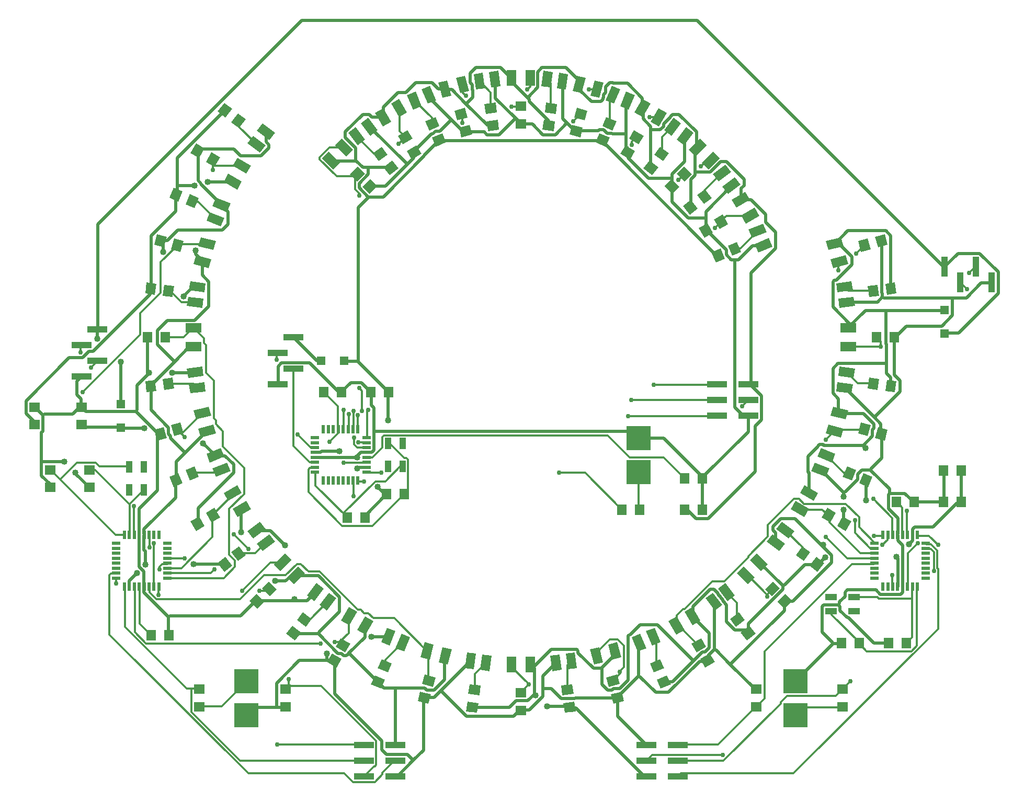
<source format=gbr>
G04 EAGLE Gerber RS-274X export*
G75*
%MOMM*%
%FSLAX34Y34*%
%LPD*%
%INTop Copper*%
%IPPOS*%
%AMOC8*
5,1,8,0,0,1.08239X$1,22.5*%
G01*
%ADD10R,0.550000X1.470000*%
%ADD11R,1.470000X0.550000*%
%ADD12R,4.000000X4.000000*%
%ADD13R,1.400000X1.400000*%
%ADD14R,1.803000X1.600000*%
%ADD15R,1.900000X1.100000*%
%ADD16R,1.600000X1.800000*%
%ADD17R,1.600000X1.803000*%
%ADD18R,1.100000X1.900000*%
%ADD19R,1.800000X1.600000*%
%ADD20R,2.540000X1.500000*%
%ADD21R,1.500000X2.540000*%
%ADD22R,3.302000X1.016000*%
%ADD23R,1.016000X3.302000*%
%ADD24C,0.304800*%
%ADD25C,0.508000*%
%ADD26C,1.016000*%
%ADD27C,0.756400*%


D10*
X585956Y-403500D03*
X593956Y-403500D03*
X601956Y-403500D03*
X609956Y-403500D03*
X617956Y-403500D03*
X625956Y-403500D03*
X633956Y-403500D03*
X641956Y-403500D03*
D11*
X655656Y-389800D03*
X655656Y-381800D03*
X655656Y-373800D03*
X655656Y-365800D03*
X655656Y-357800D03*
X655656Y-349800D03*
X655656Y-341800D03*
X655656Y-333800D03*
D10*
X641956Y-320100D03*
X633956Y-320100D03*
X625956Y-320100D03*
X617956Y-320100D03*
X609956Y-320100D03*
X601956Y-320100D03*
X593956Y-320100D03*
X585956Y-320100D03*
D11*
X572256Y-333800D03*
X572256Y-341800D03*
X572256Y-349800D03*
X572256Y-357800D03*
X572256Y-365800D03*
X572256Y-373800D03*
X572256Y-381800D03*
X572256Y-389800D03*
D12*
X444500Y-556700D03*
X444500Y-611700D03*
D13*
X685800Y44400D03*
X685800Y6400D03*
D14*
X381000Y-569980D03*
X381000Y-598420D03*
X520700Y-569980D03*
X520700Y-598420D03*
D15*
X502200Y-443300D03*
X539200Y-420300D03*
X502200Y-420300D03*
X539200Y-443300D03*
D16*
X519400Y-495300D03*
X547400Y-495300D03*
X595600Y-495300D03*
X623600Y-495300D03*
X636300Y-266700D03*
X608300Y-266700D03*
X684500Y-266700D03*
X712500Y-266700D03*
X684500Y-215900D03*
X712500Y-215900D03*
D11*
X-333500Y-162500D03*
X-333500Y-170500D03*
X-333500Y-178500D03*
X-333500Y-186500D03*
X-333500Y-194500D03*
X-333500Y-202500D03*
X-333500Y-210500D03*
X-333500Y-218500D03*
D10*
X-319800Y-232200D03*
X-311800Y-232200D03*
X-303800Y-232200D03*
X-295800Y-232200D03*
X-287800Y-232200D03*
X-279800Y-232200D03*
X-271800Y-232200D03*
X-263800Y-232200D03*
D11*
X-250100Y-218500D03*
X-250100Y-210500D03*
X-250100Y-202500D03*
X-250100Y-194500D03*
X-250100Y-186500D03*
X-250100Y-178500D03*
X-250100Y-170500D03*
X-250100Y-162500D03*
D10*
X-263800Y-148800D03*
X-271800Y-148800D03*
X-279800Y-148800D03*
X-287800Y-148800D03*
X-295800Y-148800D03*
X-303800Y-148800D03*
X-311800Y-148800D03*
X-319800Y-148800D03*
D12*
X190500Y-163000D03*
X190500Y-218000D03*
D13*
X-285800Y-38100D03*
X-323800Y-38100D03*
D17*
X-290580Y-88900D03*
X-319020Y-88900D03*
X163580Y-279400D03*
X192020Y-279400D03*
D18*
X-191700Y-209000D03*
X-214700Y-172000D03*
X-214700Y-209000D03*
X-191700Y-172000D03*
D16*
X-252700Y-292100D03*
X-280700Y-292100D03*
X-217200Y-254000D03*
X-189200Y-254000D03*
X293400Y-228600D03*
X265400Y-228600D03*
X293400Y-279400D03*
X265400Y-279400D03*
X-242600Y-88900D03*
X-214600Y-88900D03*
D10*
X-585956Y-320100D03*
X-593956Y-320100D03*
X-601956Y-320100D03*
X-609956Y-320100D03*
X-617956Y-320100D03*
X-625956Y-320100D03*
X-633956Y-320100D03*
X-641956Y-320100D03*
D11*
X-655656Y-333800D03*
X-655656Y-341800D03*
X-655656Y-349800D03*
X-655656Y-357800D03*
X-655656Y-365800D03*
X-655656Y-373800D03*
X-655656Y-381800D03*
X-655656Y-389800D03*
D10*
X-641956Y-403500D03*
X-633956Y-403500D03*
X-625956Y-403500D03*
X-617956Y-403500D03*
X-609956Y-403500D03*
X-601956Y-403500D03*
X-593956Y-403500D03*
X-585956Y-403500D03*
D11*
X-572256Y-389800D03*
X-572256Y-381800D03*
X-572256Y-373800D03*
X-572256Y-365800D03*
X-572256Y-357800D03*
X-572256Y-349800D03*
X-572256Y-341800D03*
X-572256Y-333800D03*
D12*
X-444500Y-611700D03*
X-444500Y-556700D03*
D13*
X-647700Y-146000D03*
X-647700Y-108000D03*
D14*
X-381000Y-598420D03*
X-381000Y-569980D03*
X-520700Y-569980D03*
X-520700Y-598420D03*
D18*
X-633800Y-210100D03*
X-610800Y-247100D03*
X-610800Y-210100D03*
X-633800Y-247100D03*
D19*
X-762000Y-242600D03*
X-762000Y-214600D03*
X-698500Y-242600D03*
X-698500Y-214600D03*
D16*
X-570200Y-482600D03*
X-598200Y-482600D03*
D19*
X-711200Y-113000D03*
X-711200Y-141000D03*
X-787400Y-113000D03*
X-787400Y-141000D03*
D20*
G36*
X-65681Y-538735D02*
X-62366Y-513553D01*
X-47495Y-515511D01*
X-50810Y-540693D01*
X-65681Y-538735D01*
G37*
G36*
X-90863Y-535420D02*
X-87548Y-510238D01*
X-72677Y-512196D01*
X-75992Y-537378D01*
X-90863Y-535420D01*
G37*
D21*
X15000Y-530000D03*
X-15000Y-530000D03*
D17*
G36*
X-88849Y-605805D02*
X-86760Y-589943D01*
X-68885Y-592297D01*
X-70974Y-608159D01*
X-88849Y-605805D01*
G37*
G36*
X-85136Y-577608D02*
X-83047Y-561746D01*
X-65172Y-564100D01*
X-67261Y-579962D01*
X-85136Y-577608D01*
G37*
D14*
X0Y-575780D03*
X0Y-604220D03*
D20*
G36*
X75992Y-537378D02*
X72677Y-512196D01*
X87548Y-510238D01*
X90863Y-535420D01*
X75992Y-537378D01*
G37*
G36*
X50810Y-540693D02*
X47495Y-515511D01*
X62366Y-513553D01*
X65681Y-538735D01*
X50810Y-540693D01*
G37*
G36*
X147706Y-522266D02*
X141132Y-497732D01*
X155620Y-493850D01*
X162194Y-518384D01*
X147706Y-522266D01*
G37*
G36*
X118728Y-530031D02*
X112154Y-505497D01*
X126642Y-501615D01*
X133216Y-526149D01*
X118728Y-530031D01*
G37*
D17*
G36*
X70974Y-608159D02*
X68885Y-592297D01*
X86760Y-589943D01*
X88849Y-605805D01*
X70974Y-608159D01*
G37*
G36*
X67261Y-579962D02*
X65172Y-564100D01*
X83047Y-561746D01*
X85136Y-577608D01*
X67261Y-579962D01*
G37*
G36*
X155660Y-546101D02*
X159801Y-561555D01*
X142386Y-566221D01*
X138245Y-550767D01*
X155660Y-546101D01*
G37*
G36*
X163021Y-573572D02*
X167162Y-589026D01*
X149747Y-593692D01*
X145606Y-578238D01*
X163021Y-573572D01*
G37*
D20*
G36*
X212486Y-499399D02*
X202766Y-475933D01*
X216624Y-470193D01*
X226344Y-493659D01*
X212486Y-499399D01*
G37*
G36*
X189020Y-509119D02*
X179300Y-485653D01*
X193158Y-479913D01*
X202878Y-503379D01*
X189020Y-509119D01*
G37*
G36*
X277845Y-466241D02*
X265145Y-444245D01*
X278135Y-436745D01*
X290835Y-458741D01*
X277845Y-466241D01*
G37*
G36*
X251865Y-481241D02*
X239165Y-459245D01*
X252155Y-451745D01*
X264855Y-473741D01*
X251865Y-481241D01*
G37*
D17*
G36*
X225958Y-569067D02*
X219835Y-554286D01*
X236492Y-547387D01*
X242615Y-562168D01*
X225958Y-569067D01*
G37*
G36*
X215074Y-542791D02*
X208951Y-528010D01*
X225608Y-521111D01*
X231731Y-535892D01*
X215074Y-542791D01*
G37*
G36*
X291697Y-487205D02*
X299697Y-501060D01*
X284083Y-510075D01*
X276083Y-496220D01*
X291697Y-487205D01*
G37*
G36*
X305917Y-511835D02*
X313917Y-525690D01*
X298303Y-534705D01*
X290303Y-520850D01*
X305917Y-511835D01*
G37*
D20*
G36*
X334500Y-427387D02*
X319038Y-407237D01*
X330938Y-398105D01*
X346400Y-418255D01*
X334500Y-427387D01*
G37*
G36*
X314349Y-442850D02*
X298887Y-422700D01*
X310787Y-413568D01*
X326249Y-433718D01*
X314349Y-442850D01*
G37*
G36*
X389049Y-378443D02*
X371090Y-360484D01*
X381697Y-349877D01*
X399656Y-367836D01*
X389049Y-378443D01*
G37*
G36*
X367836Y-399656D02*
X349877Y-381697D01*
X360484Y-371090D01*
X378443Y-389049D01*
X367836Y-399656D01*
G37*
D17*
G36*
X365545Y-491194D02*
X355804Y-478502D01*
X370107Y-467526D01*
X379848Y-480218D01*
X365545Y-491194D01*
G37*
G36*
X348232Y-468631D02*
X338491Y-455939D01*
X352794Y-444963D01*
X362535Y-457655D01*
X348232Y-468631D01*
G37*
G36*
X407855Y-395107D02*
X419169Y-406421D01*
X406421Y-419169D01*
X395107Y-407855D01*
X407855Y-395107D01*
G37*
G36*
X427965Y-415217D02*
X439279Y-426531D01*
X426531Y-439279D01*
X415217Y-427965D01*
X427965Y-415217D01*
G37*
D20*
G36*
X433718Y-326249D02*
X413568Y-310787D01*
X422700Y-298887D01*
X442850Y-314349D01*
X433718Y-326249D01*
G37*
G36*
X418255Y-346400D02*
X398105Y-330938D01*
X407237Y-319038D01*
X427387Y-334500D01*
X418255Y-346400D01*
G37*
G36*
X473741Y-264855D02*
X451745Y-252155D01*
X459245Y-239165D01*
X481241Y-251865D01*
X473741Y-264855D01*
G37*
G36*
X458741Y-290835D02*
X436745Y-278135D01*
X444245Y-265145D01*
X466241Y-277845D01*
X458741Y-290835D01*
G37*
D17*
G36*
X480218Y-379848D02*
X467526Y-370107D01*
X478502Y-355804D01*
X491194Y-365545D01*
X480218Y-379848D01*
G37*
G36*
X457655Y-362535D02*
X444963Y-352794D01*
X455939Y-338491D01*
X468631Y-348232D01*
X457655Y-362535D01*
G37*
G36*
X496220Y-276083D02*
X510075Y-284083D01*
X501060Y-299697D01*
X487205Y-291697D01*
X496220Y-276083D01*
G37*
G36*
X520850Y-290303D02*
X534705Y-298303D01*
X525690Y-313917D01*
X511835Y-305917D01*
X520850Y-290303D01*
G37*
D20*
G36*
X503379Y-202878D02*
X479913Y-193158D01*
X485653Y-179300D01*
X509119Y-189020D01*
X503379Y-202878D01*
G37*
G36*
X493659Y-226344D02*
X470193Y-216624D01*
X475933Y-202766D01*
X499399Y-212486D01*
X493659Y-226344D01*
G37*
G36*
X526149Y-133216D02*
X501615Y-126642D01*
X505497Y-112154D01*
X530031Y-118728D01*
X526149Y-133216D01*
G37*
G36*
X518384Y-162194D02*
X493850Y-155620D01*
X497732Y-141132D01*
X522266Y-147706D01*
X518384Y-162194D01*
G37*
D17*
G36*
X562168Y-242615D02*
X547387Y-236492D01*
X554286Y-219835D01*
X569067Y-225958D01*
X562168Y-242615D01*
G37*
G36*
X535892Y-231731D02*
X521111Y-225608D01*
X528010Y-208951D01*
X542791Y-215074D01*
X535892Y-231731D01*
G37*
G36*
X550767Y-138245D02*
X566221Y-142386D01*
X561555Y-159801D01*
X546101Y-155660D01*
X550767Y-138245D01*
G37*
G36*
X578238Y-145606D02*
X593692Y-149747D01*
X589026Y-167162D01*
X573572Y-163021D01*
X578238Y-145606D01*
G37*
D20*
G36*
X538735Y-65681D02*
X513553Y-62366D01*
X515511Y-47495D01*
X540693Y-50810D01*
X538735Y-65681D01*
G37*
G36*
X535420Y-90863D02*
X510238Y-87548D01*
X512196Y-72677D01*
X537378Y-75992D01*
X535420Y-90863D01*
G37*
X530000Y15000D03*
X530000Y-15000D03*
D17*
G36*
X605805Y-88849D02*
X589943Y-86760D01*
X592297Y-68885D01*
X608159Y-70974D01*
X605805Y-88849D01*
G37*
G36*
X577608Y-85136D02*
X561746Y-83047D01*
X564100Y-65172D01*
X579962Y-67261D01*
X577608Y-85136D01*
G37*
X575780Y0D03*
X604220Y0D03*
D20*
G36*
X537378Y75992D02*
X512196Y72677D01*
X510238Y87548D01*
X535420Y90863D01*
X537378Y75992D01*
G37*
G36*
X540693Y50810D02*
X515511Y47495D01*
X513553Y62366D01*
X538735Y65681D01*
X540693Y50810D01*
G37*
G36*
X522266Y147706D02*
X497732Y141132D01*
X493850Y155620D01*
X518384Y162194D01*
X522266Y147706D01*
G37*
G36*
X530031Y118728D02*
X505497Y112154D01*
X501615Y126642D01*
X526149Y133216D01*
X530031Y118728D01*
G37*
D17*
G36*
X608159Y70974D02*
X592297Y68885D01*
X589943Y86760D01*
X605805Y88849D01*
X608159Y70974D01*
G37*
G36*
X579962Y67261D02*
X564100Y65172D01*
X561746Y83047D01*
X577608Y85136D01*
X579962Y67261D01*
G37*
G36*
X546101Y155660D02*
X561555Y159801D01*
X566221Y142386D01*
X550767Y138245D01*
X546101Y155660D01*
G37*
G36*
X573572Y163021D02*
X589026Y167162D01*
X593692Y149747D01*
X578238Y145606D01*
X573572Y163021D01*
G37*
D20*
G36*
X397772Y170391D02*
X374306Y160671D01*
X368566Y174529D01*
X392032Y184249D01*
X397772Y170391D01*
G37*
G36*
X407492Y146925D02*
X384026Y137205D01*
X378286Y151063D01*
X401752Y160783D01*
X407492Y146925D01*
G37*
G36*
X370979Y222845D02*
X348983Y210145D01*
X341483Y223135D01*
X363479Y235835D01*
X370979Y222845D01*
G37*
G36*
X385979Y196865D02*
X363983Y184165D01*
X356483Y197155D01*
X378479Y209855D01*
X385979Y196865D01*
G37*
D17*
G36*
X308619Y137591D02*
X323400Y143714D01*
X330299Y127057D01*
X315518Y120934D01*
X308619Y137591D01*
G37*
G36*
X334894Y148475D02*
X349675Y154598D01*
X356574Y137941D01*
X341793Y131818D01*
X334894Y148475D01*
G37*
G36*
X335519Y183303D02*
X321664Y175303D01*
X312649Y190917D01*
X326504Y198917D01*
X335519Y183303D01*
G37*
G36*
X310889Y169083D02*
X297034Y161083D01*
X288019Y176697D01*
X301874Y184697D01*
X310889Y169083D01*
G37*
D20*
G36*
X340118Y267536D02*
X319968Y252074D01*
X310836Y263974D01*
X330986Y279436D01*
X340118Y267536D01*
G37*
G36*
X355581Y247385D02*
X335431Y231923D01*
X326299Y243823D01*
X346449Y259285D01*
X355581Y247385D01*
G37*
G36*
X300661Y311267D02*
X282702Y293308D01*
X272095Y303915D01*
X290054Y321874D01*
X300661Y311267D01*
G37*
G36*
X321874Y290054D02*
X303915Y272095D01*
X293308Y282702D01*
X311267Y300661D01*
X321874Y290054D01*
G37*
D17*
G36*
X262492Y212779D02*
X275184Y222520D01*
X286160Y208217D01*
X273468Y198476D01*
X262492Y212779D01*
G37*
G36*
X285055Y230092D02*
X297747Y239833D01*
X308723Y225530D01*
X296031Y215789D01*
X285055Y230092D01*
G37*
G36*
X276644Y263896D02*
X265330Y252582D01*
X252582Y265330D01*
X263896Y276644D01*
X276644Y263896D01*
G37*
G36*
X256534Y243786D02*
X245220Y232472D01*
X232472Y245220D01*
X243786Y256534D01*
X256534Y243786D01*
G37*
D20*
G36*
X259285Y346449D02*
X243823Y326299D01*
X231923Y335431D01*
X247385Y355581D01*
X259285Y346449D01*
G37*
G36*
X279436Y330986D02*
X263974Y310836D01*
X252074Y319968D01*
X267536Y340118D01*
X279436Y330986D01*
G37*
G36*
X209855Y378479D02*
X197155Y356483D01*
X184165Y363983D01*
X196865Y385979D01*
X209855Y378479D01*
G37*
G36*
X235835Y363479D02*
X223135Y341483D01*
X210145Y348983D01*
X222845Y370979D01*
X235835Y363479D01*
G37*
D17*
G36*
X198476Y273468D02*
X208217Y286160D01*
X222520Y275184D01*
X212779Y262492D01*
X198476Y273468D01*
G37*
G36*
X215789Y296031D02*
X225530Y308723D01*
X239833Y297747D01*
X230092Y285055D01*
X215789Y296031D01*
G37*
G36*
X198917Y326504D02*
X190917Y312649D01*
X175303Y321664D01*
X183303Y335519D01*
X198917Y326504D01*
G37*
G36*
X184697Y301874D02*
X176697Y288019D01*
X161083Y297034D01*
X169083Y310889D01*
X184697Y301874D01*
G37*
D20*
G36*
X160783Y401752D02*
X151063Y378286D01*
X137205Y384026D01*
X146925Y407492D01*
X160783Y401752D01*
G37*
G36*
X184249Y392032D02*
X174529Y368566D01*
X160671Y374306D01*
X170391Y397772D01*
X184249Y392032D01*
G37*
G36*
X104746Y419897D02*
X98172Y395363D01*
X83684Y399245D01*
X90258Y423779D01*
X104746Y419897D01*
G37*
G36*
X133724Y412133D02*
X127150Y387599D01*
X112662Y391481D01*
X119236Y416015D01*
X133724Y412133D01*
G37*
D17*
G36*
X120934Y315518D02*
X127057Y330299D01*
X143714Y323400D01*
X137591Y308619D01*
X120934Y315518D01*
G37*
G36*
X131818Y341793D02*
X137941Y356574D01*
X154598Y349675D01*
X148475Y334894D01*
X131818Y341793D01*
G37*
G36*
X107633Y366863D02*
X103492Y351409D01*
X86077Y356075D01*
X90218Y371529D01*
X107633Y366863D01*
G37*
G36*
X100272Y339392D02*
X96131Y323938D01*
X78716Y328604D01*
X82857Y344058D01*
X100272Y339392D01*
G37*
D20*
G36*
X51323Y429677D02*
X48008Y404495D01*
X33137Y406453D01*
X36452Y431635D01*
X51323Y429677D01*
G37*
G36*
X76505Y426361D02*
X73190Y401179D01*
X58319Y403137D01*
X61634Y428319D01*
X76505Y426361D01*
G37*
D21*
X-15000Y420000D03*
X15000Y420000D03*
D17*
G36*
X35151Y336068D02*
X37240Y351930D01*
X55115Y349576D01*
X53026Y333714D01*
X35151Y336068D01*
G37*
G36*
X38864Y364265D02*
X40953Y380127D01*
X58828Y377773D01*
X56739Y361911D01*
X38864Y364265D01*
G37*
D14*
X0Y374220D03*
X0Y345780D03*
D20*
G36*
X-61634Y428319D02*
X-58319Y403137D01*
X-73190Y401179D01*
X-76505Y426361D01*
X-61634Y428319D01*
G37*
G36*
X-36452Y431635D02*
X-33137Y406453D01*
X-48008Y404495D01*
X-51323Y429677D01*
X-36452Y431635D01*
G37*
G36*
X-119236Y416015D02*
X-112662Y391481D01*
X-127150Y387599D01*
X-133724Y412133D01*
X-119236Y416015D01*
G37*
G36*
X-90258Y423779D02*
X-83684Y399245D01*
X-98172Y395363D01*
X-104746Y419897D01*
X-90258Y423779D01*
G37*
D17*
G36*
X-53026Y333714D02*
X-55115Y349576D01*
X-37240Y351930D01*
X-35151Y336068D01*
X-53026Y333714D01*
G37*
G36*
X-56739Y361911D02*
X-58828Y377773D01*
X-40953Y380127D01*
X-38864Y364265D01*
X-56739Y361911D01*
G37*
G36*
X-90218Y371529D02*
X-86077Y356075D01*
X-103492Y351409D01*
X-107633Y366863D01*
X-90218Y371529D01*
G37*
G36*
X-82857Y344058D02*
X-78716Y328604D01*
X-96131Y323938D01*
X-100272Y339392D01*
X-82857Y344058D01*
G37*
D20*
G36*
X-170391Y397772D02*
X-160671Y374306D01*
X-174529Y368566D01*
X-184249Y392032D01*
X-170391Y397772D01*
G37*
G36*
X-146925Y407492D02*
X-137205Y384026D01*
X-151063Y378286D01*
X-160783Y401752D01*
X-146925Y407492D01*
G37*
G36*
X-222845Y370979D02*
X-210145Y348983D01*
X-223135Y341483D01*
X-235835Y363479D01*
X-222845Y370979D01*
G37*
G36*
X-196865Y385979D02*
X-184165Y363983D01*
X-197155Y356483D01*
X-209855Y378479D01*
X-196865Y385979D01*
G37*
D17*
G36*
X-137591Y308619D02*
X-143714Y323400D01*
X-127057Y330299D01*
X-120934Y315518D01*
X-137591Y308619D01*
G37*
G36*
X-148475Y334894D02*
X-154598Y349675D01*
X-137941Y356574D01*
X-131818Y341793D01*
X-148475Y334894D01*
G37*
G36*
X-183303Y335519D02*
X-175303Y321664D01*
X-190917Y312649D01*
X-198917Y326504D01*
X-183303Y335519D01*
G37*
G36*
X-169083Y310889D02*
X-161083Y297034D01*
X-176697Y288019D01*
X-184697Y301874D01*
X-169083Y310889D01*
G37*
D20*
G36*
X-267536Y340118D02*
X-252074Y319968D01*
X-263974Y310836D01*
X-279436Y330986D01*
X-267536Y340118D01*
G37*
G36*
X-247385Y355581D02*
X-231923Y335431D01*
X-243823Y326299D01*
X-259285Y346449D01*
X-247385Y355581D01*
G37*
G36*
X-311267Y300661D02*
X-293308Y282702D01*
X-303915Y272095D01*
X-321874Y290054D01*
X-311267Y300661D01*
G37*
G36*
X-290054Y321874D02*
X-272095Y303915D01*
X-282702Y293308D01*
X-300661Y311267D01*
X-290054Y321874D01*
G37*
D17*
G36*
X-212779Y262492D02*
X-222520Y275184D01*
X-208217Y286160D01*
X-198476Y273468D01*
X-212779Y262492D01*
G37*
G36*
X-230092Y285055D02*
X-239833Y297747D01*
X-225530Y308723D01*
X-215789Y296031D01*
X-230092Y285055D01*
G37*
G36*
X-263896Y276644D02*
X-252582Y265330D01*
X-265330Y252582D01*
X-276644Y263896D01*
X-263896Y276644D01*
G37*
G36*
X-243786Y256534D02*
X-232472Y245220D01*
X-245220Y232472D01*
X-256534Y243786D01*
X-243786Y256534D01*
G37*
D20*
G36*
X-433718Y326249D02*
X-413568Y310787D01*
X-422700Y298887D01*
X-442850Y314349D01*
X-433718Y326249D01*
G37*
G36*
X-418255Y346400D02*
X-398105Y330938D01*
X-407237Y319038D01*
X-427387Y334500D01*
X-418255Y346400D01*
G37*
G36*
X-473741Y264855D02*
X-451745Y252155D01*
X-459245Y239165D01*
X-481241Y251865D01*
X-473741Y264855D01*
G37*
G36*
X-458741Y290835D02*
X-436745Y278135D01*
X-444245Y265145D01*
X-466241Y277845D01*
X-458741Y290835D01*
G37*
D17*
G36*
X-480218Y379848D02*
X-467526Y370107D01*
X-478502Y355804D01*
X-491194Y365545D01*
X-480218Y379848D01*
G37*
G36*
X-457655Y362535D02*
X-444963Y352794D01*
X-455939Y338491D01*
X-468631Y348232D01*
X-457655Y362535D01*
G37*
G36*
X-496220Y276083D02*
X-510075Y284083D01*
X-501060Y299697D01*
X-487205Y291697D01*
X-496220Y276083D01*
G37*
G36*
X-520850Y290303D02*
X-534705Y298303D01*
X-525690Y313917D01*
X-511835Y305917D01*
X-520850Y290303D01*
G37*
D20*
G36*
X-503379Y202878D02*
X-479913Y193158D01*
X-485653Y179300D01*
X-509119Y189020D01*
X-503379Y202878D01*
G37*
G36*
X-493659Y226344D02*
X-470193Y216624D01*
X-475933Y202766D01*
X-499399Y212486D01*
X-493659Y226344D01*
G37*
G36*
X-526149Y133216D02*
X-501615Y126642D01*
X-505497Y112154D01*
X-530031Y118728D01*
X-526149Y133216D01*
G37*
G36*
X-518384Y162194D02*
X-493850Y155620D01*
X-497732Y141132D01*
X-522266Y147706D01*
X-518384Y162194D01*
G37*
D17*
G36*
X-562168Y242615D02*
X-547387Y236492D01*
X-554286Y219835D01*
X-569067Y225958D01*
X-562168Y242615D01*
G37*
G36*
X-535892Y231731D02*
X-521111Y225608D01*
X-528010Y208951D01*
X-542791Y215074D01*
X-535892Y231731D01*
G37*
G36*
X-550767Y138245D02*
X-566221Y142386D01*
X-561555Y159801D01*
X-546101Y155660D01*
X-550767Y138245D01*
G37*
G36*
X-578238Y145606D02*
X-593692Y149747D01*
X-589026Y167162D01*
X-573572Y163021D01*
X-578238Y145606D01*
G37*
D20*
G36*
X-538735Y65681D02*
X-513553Y62366D01*
X-515511Y47495D01*
X-540693Y50810D01*
X-538735Y65681D01*
G37*
G36*
X-535420Y90863D02*
X-510238Y87548D01*
X-512196Y72677D01*
X-537378Y75992D01*
X-535420Y90863D01*
G37*
X-530000Y-15000D03*
X-530000Y15000D03*
D17*
G36*
X-605805Y88849D02*
X-589943Y86760D01*
X-592297Y68885D01*
X-608159Y70974D01*
X-605805Y88849D01*
G37*
G36*
X-577608Y85136D02*
X-561746Y83047D01*
X-564100Y65172D01*
X-579962Y67261D01*
X-577608Y85136D01*
G37*
X-575780Y0D03*
X-604220Y0D03*
D20*
G36*
X-537378Y-75992D02*
X-512196Y-72677D01*
X-510238Y-87548D01*
X-535420Y-90863D01*
X-537378Y-75992D01*
G37*
G36*
X-540693Y-50810D02*
X-515511Y-47495D01*
X-513553Y-62366D01*
X-538735Y-65681D01*
X-540693Y-50810D01*
G37*
G36*
X-522266Y-147706D02*
X-497732Y-141132D01*
X-493850Y-155620D01*
X-518384Y-162194D01*
X-522266Y-147706D01*
G37*
G36*
X-530031Y-118728D02*
X-505497Y-112154D01*
X-501615Y-126642D01*
X-526149Y-133216D01*
X-530031Y-118728D01*
G37*
D17*
G36*
X-608159Y-70974D02*
X-592297Y-68885D01*
X-589943Y-86760D01*
X-605805Y-88849D01*
X-608159Y-70974D01*
G37*
G36*
X-579962Y-67261D02*
X-564100Y-65172D01*
X-561746Y-83047D01*
X-577608Y-85136D01*
X-579962Y-67261D01*
G37*
G36*
X-546101Y-155660D02*
X-561555Y-159801D01*
X-566221Y-142386D01*
X-550767Y-138245D01*
X-546101Y-155660D01*
G37*
G36*
X-573572Y-163021D02*
X-589026Y-167162D01*
X-593692Y-149747D01*
X-578238Y-145606D01*
X-573572Y-163021D01*
G37*
D20*
G36*
X-499399Y-212486D02*
X-475933Y-202766D01*
X-470193Y-216624D01*
X-493659Y-226344D01*
X-499399Y-212486D01*
G37*
G36*
X-509119Y-189020D02*
X-485653Y-179300D01*
X-479913Y-193158D01*
X-503379Y-202878D01*
X-509119Y-189020D01*
G37*
G36*
X-466241Y-277845D02*
X-444245Y-265145D01*
X-436745Y-278135D01*
X-458741Y-290835D01*
X-466241Y-277845D01*
G37*
G36*
X-481241Y-251865D02*
X-459245Y-239165D01*
X-451745Y-252155D01*
X-473741Y-264855D01*
X-481241Y-251865D01*
G37*
D17*
G36*
X-569067Y-225958D02*
X-554286Y-219835D01*
X-547387Y-236492D01*
X-562168Y-242615D01*
X-569067Y-225958D01*
G37*
G36*
X-542791Y-215074D02*
X-528010Y-208951D01*
X-521111Y-225608D01*
X-535892Y-231731D01*
X-542791Y-215074D01*
G37*
G36*
X-487205Y-291697D02*
X-501060Y-299697D01*
X-510075Y-284083D01*
X-496220Y-276083D01*
X-487205Y-291697D01*
G37*
G36*
X-511835Y-305917D02*
X-525690Y-313917D01*
X-534705Y-298303D01*
X-520850Y-290303D01*
X-511835Y-305917D01*
G37*
D20*
G36*
X-427387Y-334500D02*
X-407237Y-319038D01*
X-398105Y-330938D01*
X-418255Y-346400D01*
X-427387Y-334500D01*
G37*
G36*
X-442850Y-314349D02*
X-422700Y-298887D01*
X-413568Y-310787D01*
X-433718Y-326249D01*
X-442850Y-314349D01*
G37*
G36*
X-378443Y-389049D02*
X-360484Y-371090D01*
X-349877Y-381697D01*
X-367836Y-399656D01*
X-378443Y-389049D01*
G37*
G36*
X-399656Y-367836D02*
X-381697Y-349877D01*
X-371090Y-360484D01*
X-389049Y-378443D01*
X-399656Y-367836D01*
G37*
D17*
G36*
X-491194Y-365545D02*
X-478502Y-355804D01*
X-467526Y-370107D01*
X-480218Y-379848D01*
X-491194Y-365545D01*
G37*
G36*
X-468631Y-348232D02*
X-455939Y-338491D01*
X-444963Y-352794D01*
X-457655Y-362535D01*
X-468631Y-348232D01*
G37*
G36*
X-395107Y-407855D02*
X-406421Y-419169D01*
X-419169Y-406421D01*
X-407855Y-395107D01*
X-395107Y-407855D01*
G37*
G36*
X-415217Y-427965D02*
X-426531Y-439279D01*
X-439279Y-426531D01*
X-427965Y-415217D01*
X-415217Y-427965D01*
G37*
D20*
G36*
X-326249Y-433718D02*
X-310787Y-413568D01*
X-298887Y-422700D01*
X-314349Y-442850D01*
X-326249Y-433718D01*
G37*
G36*
X-346400Y-418255D02*
X-330938Y-398105D01*
X-319038Y-407237D01*
X-334500Y-427387D01*
X-346400Y-418255D01*
G37*
G36*
X-264855Y-473741D02*
X-252155Y-451745D01*
X-239165Y-459245D01*
X-251865Y-481241D01*
X-264855Y-473741D01*
G37*
G36*
X-290835Y-458741D02*
X-278135Y-436745D01*
X-265145Y-444245D01*
X-277845Y-466241D01*
X-290835Y-458741D01*
G37*
D17*
G36*
X-379848Y-480218D02*
X-370107Y-467526D01*
X-355804Y-478502D01*
X-365545Y-491194D01*
X-379848Y-480218D01*
G37*
G36*
X-362535Y-457655D02*
X-352794Y-444963D01*
X-338491Y-455939D01*
X-348232Y-468631D01*
X-362535Y-457655D01*
G37*
G36*
X-276083Y-496220D02*
X-284083Y-510075D01*
X-299697Y-501060D01*
X-291697Y-487205D01*
X-276083Y-496220D01*
G37*
G36*
X-290303Y-520850D02*
X-298303Y-534705D01*
X-313917Y-525690D01*
X-305917Y-511835D01*
X-290303Y-520850D01*
G37*
D20*
G36*
X-202878Y-503379D02*
X-193158Y-479913D01*
X-179300Y-485653D01*
X-189020Y-509119D01*
X-202878Y-503379D01*
G37*
G36*
X-226344Y-493659D02*
X-216624Y-470193D01*
X-202766Y-475933D01*
X-212486Y-499399D01*
X-226344Y-493659D01*
G37*
G36*
X-133216Y-526149D02*
X-126642Y-501615D01*
X-112154Y-505497D01*
X-118728Y-530031D01*
X-133216Y-526149D01*
G37*
G36*
X-162194Y-518384D02*
X-155620Y-493850D01*
X-141132Y-497732D01*
X-147706Y-522266D01*
X-162194Y-518384D01*
G37*
D17*
G36*
X-242615Y-562168D02*
X-236492Y-547387D01*
X-219835Y-554286D01*
X-225958Y-569067D01*
X-242615Y-562168D01*
G37*
G36*
X-231731Y-535892D02*
X-225608Y-521111D01*
X-208951Y-528010D01*
X-215074Y-542791D01*
X-231731Y-535892D01*
G37*
G36*
X-138245Y-550767D02*
X-142386Y-566221D01*
X-159801Y-561555D01*
X-155660Y-546101D01*
X-138245Y-550767D01*
G37*
G36*
X-145606Y-578238D02*
X-149747Y-593692D01*
X-167162Y-589026D01*
X-163021Y-573572D01*
X-145606Y-578238D01*
G37*
D22*
X-368300Y0D03*
X-393700Y-25400D03*
X-368300Y-50800D03*
X-393700Y-76200D03*
X-685800Y12700D03*
X-711200Y-12700D03*
X-685800Y-38100D03*
X-711200Y-63500D03*
X254000Y-711200D03*
X203200Y-711200D03*
X254000Y-685800D03*
X203200Y-685800D03*
X254000Y-660400D03*
X203200Y-660400D03*
X317500Y-76200D03*
X368300Y-76200D03*
X317500Y-101600D03*
X368300Y-101600D03*
X317500Y-127000D03*
X368300Y-127000D03*
X-254000Y-660400D03*
X-203200Y-660400D03*
X-254000Y-685800D03*
X-203200Y-685800D03*
X-254000Y-711200D03*
X-203200Y-711200D03*
D23*
X685800Y114300D03*
X711200Y88900D03*
X736600Y114300D03*
X762000Y88900D03*
D24*
X-633222Y-269748D02*
X-633222Y-320040D01*
X-633222Y-269748D02*
X-611505Y-248031D01*
X-633222Y-320040D02*
X-633956Y-320100D01*
X-611505Y-248031D02*
X-610800Y-247100D01*
X-689229Y-214884D02*
X-698373Y-214884D01*
X-689229Y-214884D02*
X-634365Y-269748D01*
X-698373Y-214884D02*
X-698500Y-214600D01*
X-634365Y-269748D02*
X-633222Y-269748D01*
X-642366Y-320040D02*
X-656082Y-320040D01*
X-745808Y-230315D02*
X-761238Y-214884D01*
X-745808Y-230315D02*
X-656082Y-320040D01*
X-642366Y-320040D02*
X-641956Y-320100D01*
X-761238Y-214884D02*
X-762000Y-214600D01*
X-682371Y-209169D02*
X-634365Y-209169D01*
X-682371Y-209169D02*
X-688086Y-203454D01*
X-718947Y-203454D01*
X-745808Y-230315D01*
X-634365Y-209169D02*
X-633800Y-210100D01*
D25*
X713232Y-216027D02*
X713232Y-266319D01*
X712500Y-266700D01*
X713232Y-216027D02*
X712500Y-215900D01*
X610362Y-357759D02*
X610362Y-403479D01*
X610362Y-357759D02*
X608076Y-355473D01*
X628650Y-334899D02*
X634365Y-329184D01*
X634365Y-321183D01*
X610362Y-403479D02*
X609956Y-403500D01*
X634365Y-321183D02*
X633956Y-320100D01*
X558927Y-264033D02*
X558927Y-232029D01*
X558227Y-231225D01*
X706374Y-268605D02*
X710946Y-268605D01*
X706374Y-268605D02*
X667512Y-307467D01*
X637794Y-307467D01*
X634365Y-310896D01*
X634365Y-317754D01*
X710946Y-268605D02*
X712500Y-266700D01*
X634365Y-317754D02*
X633956Y-320100D01*
X466344Y-251460D02*
X466344Y-219456D01*
X465201Y-218313D01*
X465201Y-193167D01*
X481203Y-177165D01*
X481203Y-176022D01*
X483489Y-173736D01*
X489204Y-173736D01*
X490347Y-174879D01*
X554355Y-174879D01*
X569214Y-160020D01*
X569214Y-149733D01*
X571500Y-147447D01*
X571500Y-140589D01*
X554355Y-123444D01*
X516636Y-123444D01*
X466344Y-251460D02*
X466493Y-252010D01*
X516636Y-123444D02*
X515823Y-122685D01*
X598932Y78867D02*
X598932Y164592D01*
X590931Y172593D01*
X529209Y172593D01*
X508635Y152019D01*
X598932Y78867D02*
X599051Y78867D01*
X508635Y152019D02*
X508058Y151663D01*
X557784Y43434D02*
X590931Y43434D01*
X685800Y43434D01*
X557784Y43434D02*
X530352Y16002D01*
X685800Y43434D02*
X685800Y44400D01*
X530352Y16002D02*
X530000Y15000D01*
X598932Y-65151D02*
X598932Y-77724D01*
X598932Y-65151D02*
X592074Y-58293D01*
X592074Y-42291D02*
X592074Y-11430D01*
X592074Y-42291D02*
X592074Y-58293D01*
X592074Y-11430D02*
X590931Y-10287D01*
X590931Y43434D01*
X598932Y-77724D02*
X599051Y-78867D01*
X536067Y130302D02*
X513207Y153162D01*
X536067Y130302D02*
X536067Y117729D01*
X510921Y92583D01*
X507492Y92583D01*
X505206Y90297D01*
X505206Y49149D01*
X532638Y21717D01*
X508058Y151663D02*
X513207Y153162D01*
X532638Y21717D02*
X530000Y15000D01*
X514350Y-99441D02*
X514350Y-121158D01*
X514350Y-99441D02*
X505206Y-90297D01*
X505206Y-50292D01*
X513207Y-42291D01*
X592074Y-42291D01*
X514350Y-121158D02*
X515823Y-122685D01*
X555498Y-177165D02*
X557784Y-179451D01*
X555498Y-177165D02*
X554355Y-174879D01*
X245745Y-557784D02*
X232029Y-557784D01*
X279464Y-524066D02*
X293751Y-509778D01*
X279464Y-524066D02*
X245745Y-557784D01*
X293751Y-509778D02*
X298323Y-509778D01*
X305181Y-502920D01*
X305181Y-478917D01*
X278892Y-452628D01*
X232029Y-557784D02*
X231225Y-558227D01*
X278892Y-452628D02*
X277990Y-451493D01*
X368046Y-464058D02*
X368046Y-478917D01*
X368046Y-464058D02*
X424053Y-408051D01*
X424053Y-402336D01*
X386334Y-364617D01*
X368046Y-478917D02*
X367826Y-479360D01*
X386334Y-364617D02*
X385373Y-364160D01*
X459486Y-368046D02*
X478917Y-368046D01*
X459486Y-368046D02*
X426339Y-401193D01*
X478917Y-368046D02*
X479360Y-367826D01*
X426339Y-401193D02*
X424053Y-402336D01*
X278892Y-435483D02*
X278892Y-449199D01*
X278892Y-435483D02*
X306324Y-408051D01*
X312039Y-408051D01*
X318897Y-414909D01*
X318897Y-416052D01*
X323469Y-420624D01*
X323469Y-421767D01*
X326898Y-425196D01*
X326898Y-426339D01*
X330327Y-429768D01*
X330327Y-430911D01*
X332613Y-433197D01*
X332613Y-460629D01*
X346329Y-474345D01*
X365760Y-474345D01*
X278892Y-449199D02*
X277990Y-451493D01*
X365760Y-474345D02*
X367826Y-479360D01*
X89154Y-600075D02*
X78867Y-600075D01*
X89154Y-600075D02*
X200025Y-710946D01*
X202311Y-710946D01*
X78867Y-600075D02*
X78867Y-599051D01*
X202311Y-710946D02*
X203200Y-711200D01*
X-18288Y-598932D02*
X-77724Y-598932D01*
X-18288Y-598932D02*
X-8001Y-588645D01*
X11430Y-588645D01*
X21717Y-578358D01*
X21717Y-536067D01*
X16002Y-530352D01*
X-77724Y-598932D02*
X-78867Y-599051D01*
X15000Y-530000D02*
X16002Y-530352D01*
X150876Y-515493D02*
X150876Y-508635D01*
X150876Y-515493D02*
X130302Y-536067D01*
X117729Y-536067D01*
X92583Y-510921D01*
X92583Y-507492D01*
X90297Y-505206D01*
X49149Y-505206D01*
X21717Y-532638D01*
X150876Y-508635D02*
X151663Y-508058D01*
X21717Y-532638D02*
X15000Y-530000D01*
X42291Y-597789D02*
X76581Y-597789D01*
X78867Y-599051D01*
X24003Y-579501D02*
X21717Y-578358D01*
X220599Y-465201D02*
X279464Y-524066D01*
X220599Y-465201D02*
X193167Y-465201D01*
X177165Y-481203D01*
X176022Y-481203D01*
X173736Y-483489D01*
X173736Y-555498D01*
X160020Y-569214D01*
X149733Y-569214D01*
X147447Y-571500D01*
X140589Y-571500D01*
X131445Y-562356D01*
X131445Y-538353D01*
X130302Y-536067D01*
X481203Y-368046D02*
X492633Y-356616D01*
X481203Y-368046D02*
X479360Y-367826D01*
D26*
X608076Y-355473D03*
X628650Y-334899D03*
X558927Y-264033D03*
X557784Y-179451D03*
X42291Y-597789D03*
X24003Y-579501D03*
X492633Y-356616D03*
D24*
X536067Y-366903D02*
X571500Y-366903D01*
X536067Y-366903D02*
X394335Y-508635D01*
X394335Y-585216D01*
X381762Y-597789D01*
X571500Y-366903D02*
X572256Y-365800D01*
X381762Y-597789D02*
X381000Y-598420D01*
X318897Y-659511D02*
X254889Y-659511D01*
X318897Y-659511D02*
X379476Y-598932D01*
X254889Y-659511D02*
X254000Y-660400D01*
X379476Y-598932D02*
X381000Y-598420D01*
X-601218Y-340614D02*
X-601218Y-321183D01*
X-713232Y-24003D02*
X-713232Y-14859D01*
X-712089Y-13716D01*
X-601956Y-320100D02*
X-601218Y-321183D01*
X-712089Y-13716D02*
X-711200Y-12700D01*
X601218Y-385191D02*
X601218Y-403479D01*
X722376Y77724D02*
X711200Y88900D01*
X601956Y-403500D02*
X601218Y-403479D01*
D27*
X-601218Y-340614D03*
X-713232Y-24003D03*
X601218Y-385191D03*
X722376Y77724D03*
D24*
X-626364Y-273177D02*
X-626364Y-320040D01*
X-696087Y-49149D02*
X-685800Y-38862D01*
X-626364Y-320040D02*
X-625956Y-320100D01*
X-685800Y-38862D02*
X-685800Y-38100D01*
X626364Y-349758D02*
X626364Y-403479D01*
X626364Y-349758D02*
X642366Y-333756D01*
X725805Y104013D02*
X736092Y114300D01*
X626364Y-403479D02*
X625956Y-403500D01*
X736092Y114300D02*
X736600Y114300D01*
D27*
X-626364Y-273177D03*
X-696087Y-49149D03*
X642366Y-333756D03*
X725805Y104013D03*
D25*
X-395478Y-598932D02*
X-430911Y-598932D01*
X-395478Y-598932D02*
X-381762Y-598932D01*
X-430911Y-598932D02*
X-443484Y-611505D01*
X-381762Y-598932D02*
X-381000Y-598420D01*
X-443484Y-611505D02*
X-444500Y-611700D01*
X-358902Y-523494D02*
X-314325Y-523494D01*
X-302895Y-523494D01*
X-358902Y-523494D02*
X-395478Y-560070D01*
X-395478Y-598932D01*
X-302895Y-523494D02*
X-302110Y-523270D01*
X-610362Y-403479D02*
X-610362Y-379476D01*
X-618363Y-371475D01*
X-618363Y-321183D01*
X-610362Y-403479D02*
X-609956Y-403500D01*
X-618363Y-321183D02*
X-617956Y-320100D01*
X-570357Y-452628D02*
X-570357Y-482346D01*
X-570357Y-452628D02*
X-610362Y-412623D01*
X-610362Y-405765D01*
X-570357Y-482346D02*
X-570200Y-482600D01*
X-610362Y-405765D02*
X-609956Y-403500D01*
X-366903Y-426339D02*
X-346329Y-426339D01*
X-366903Y-426339D02*
X-426339Y-426339D01*
X-346329Y-426339D02*
X-333756Y-413766D01*
X-426339Y-426339D02*
X-427248Y-427248D01*
X-333756Y-413766D02*
X-332719Y-412746D01*
X-405765Y-313182D02*
X-427482Y-313182D01*
X-405765Y-313182D02*
X-381762Y-337185D01*
X-427482Y-313182D02*
X-428209Y-312568D01*
X-366903Y-424053D02*
X-366903Y-426339D01*
X-242316Y-484632D02*
X-214884Y-484632D01*
X-214555Y-484796D01*
X-453771Y-451485D02*
X-568071Y-451485D01*
X-453771Y-451485D02*
X-429768Y-427482D01*
X-568071Y-451485D02*
X-570357Y-452628D01*
X-429768Y-427482D02*
X-427248Y-427248D01*
X-314325Y-512064D02*
X-314325Y-523494D01*
X-572643Y156591D02*
X-582930Y156591D01*
X-572643Y156591D02*
X-555498Y173736D01*
X-483489Y173736D01*
X-474345Y182880D01*
X-474345Y203454D01*
X-484632Y213741D01*
X-582930Y156591D02*
X-583632Y156384D01*
X-484632Y213741D02*
X-484796Y214555D01*
X-522351Y253746D02*
X-522351Y301752D01*
X-522351Y253746D02*
X-517779Y249174D01*
X-517779Y248031D01*
X-485775Y216027D01*
X-522351Y301752D02*
X-523270Y302110D01*
X-485775Y216027D02*
X-484796Y214555D01*
X-412623Y316611D02*
X-412623Y332613D01*
X-412623Y316611D02*
X-408051Y312039D01*
X-408051Y306324D01*
X-420624Y293751D01*
X-453771Y293751D01*
X-465201Y305181D01*
X-517779Y305181D01*
X-520065Y302895D01*
X-412746Y332719D02*
X-412623Y332613D01*
X-520065Y302895D02*
X-523270Y302110D01*
X-762381Y-237744D02*
X-762381Y-242316D01*
X-762381Y-237744D02*
X-776097Y-224028D01*
X-776097Y-201168D02*
X-776097Y-154305D01*
X-776097Y-201168D02*
X-776097Y-224028D01*
X-776097Y-154305D02*
X-773811Y-152019D01*
X-773811Y-125730D01*
X-786384Y-113157D01*
X-762381Y-242316D02*
X-762000Y-242600D01*
X-786384Y-113157D02*
X-787400Y-113000D01*
X-721233Y-220599D02*
X-699516Y-242316D01*
X-721233Y-220599D02*
X-721233Y-219456D01*
X-739521Y-201168D02*
X-776097Y-201168D01*
X-699516Y-242316D02*
X-698500Y-242600D01*
X-522351Y-276606D02*
X-522351Y-301752D01*
X-522351Y-276606D02*
X-465201Y-219456D01*
X-465201Y-205740D01*
X-478917Y-192024D01*
X-493776Y-192024D01*
X-522351Y-301752D02*
X-523270Y-302110D01*
X-493776Y-192024D02*
X-494516Y-191089D01*
X-712089Y-112014D02*
X-712089Y-99441D01*
X-718947Y-92583D01*
X-718947Y-70866D01*
X-712089Y-64008D01*
X-712089Y-112014D02*
X-711200Y-113000D01*
X-712089Y-64008D02*
X-711200Y-63500D01*
X-587502Y-155448D02*
X-584073Y-155448D01*
X-587502Y-155448D02*
X-622935Y-120015D01*
X-704088Y-120015D01*
X-709803Y-114300D01*
X-584073Y-155448D02*
X-583632Y-156384D01*
X-709803Y-114300D02*
X-711200Y-113000D01*
X-604647Y-60579D02*
X-604647Y-57150D01*
X-604647Y0D01*
X-604647Y-60579D02*
X-621792Y-77724D01*
X-621792Y-117729D01*
X-604647Y0D02*
X-604220Y0D01*
X-621792Y-117729D02*
X-622935Y-120015D01*
X-564642Y-57150D02*
X-528066Y-57150D01*
X-527123Y-56588D01*
X-602361Y-57150D02*
X-604647Y-57150D01*
X-531495Y81153D02*
X-524637Y81153D01*
X-531495Y81153D02*
X-546354Y66294D01*
X-524637Y81153D02*
X-523808Y81770D01*
X-514350Y-171450D02*
X-496062Y-189738D01*
X-494516Y-191089D01*
X-725805Y-124587D02*
X-771525Y-124587D01*
X-725805Y-124587D02*
X-714375Y-113157D01*
X-771525Y-124587D02*
X-773811Y-125730D01*
X-714375Y-113157D02*
X-711200Y-113000D01*
X-579501Y138303D02*
X-579501Y154305D01*
X-583632Y156384D01*
X-618363Y-277749D02*
X-618363Y-317754D01*
X-618363Y-277749D02*
X-588645Y-248031D01*
X-588645Y-157734D01*
X-618363Y-317754D02*
X-617956Y-320100D01*
X-588645Y-157734D02*
X-583632Y-156384D01*
X584073Y72009D02*
X584073Y155448D01*
X584073Y72009D02*
X585216Y70866D01*
X585216Y65151D01*
X577215Y57150D01*
X528066Y57150D01*
X584073Y155448D02*
X583632Y156384D01*
X528066Y57150D02*
X527123Y56588D01*
X745236Y88011D02*
X761238Y88011D01*
X745236Y88011D02*
X721233Y64008D01*
X698373Y64008D02*
X587502Y64008D01*
X698373Y64008D02*
X721233Y64008D01*
X761238Y88011D02*
X762000Y88900D01*
X587502Y64008D02*
X585216Y65151D01*
X518922Y-496062D02*
X505206Y-496062D01*
X444627Y-556641D01*
X518922Y-496062D02*
X519400Y-495300D01*
X444627Y-556641D02*
X444500Y-556700D01*
X571500Y-494919D02*
X595503Y-494919D01*
X571500Y-494919D02*
X530352Y-453771D01*
X528066Y-453771D01*
X516636Y-442341D01*
X516636Y-435483D01*
X514350Y-433197D01*
X490347Y-433197D01*
X488061Y-435483D01*
X488061Y-477774D01*
X504063Y-493776D01*
X595503Y-494919D02*
X595600Y-495300D01*
X505206Y-496062D02*
X504063Y-493776D01*
X582930Y-155448D02*
X582930Y-140589D01*
X572072Y-129731D02*
X524637Y-82296D01*
X572072Y-129731D02*
X582930Y-140589D01*
X582930Y-155448D02*
X583632Y-156384D01*
X524637Y-82296D02*
X523808Y-81770D01*
X604647Y-60579D02*
X604647Y0D01*
X604647Y-60579D02*
X613791Y-69723D01*
X613791Y-88011D01*
X572072Y-129731D01*
X604220Y0D02*
X604647Y0D01*
X522351Y-278892D02*
X522351Y-301752D01*
X522351Y-258318D02*
X522351Y-251460D01*
X485775Y-214884D01*
X522351Y-301752D02*
X523270Y-302110D01*
X485775Y-214884D02*
X484796Y-214555D01*
X618363Y-337185D02*
X618363Y-403479D01*
X618363Y-337185D02*
X610362Y-329184D01*
X610362Y-321183D01*
X617956Y-403500D02*
X618363Y-403479D01*
X610362Y-321183D02*
X609956Y-320100D01*
X636651Y-266319D02*
X683514Y-266319D01*
X636651Y-266319D02*
X636300Y-266700D01*
X683514Y-266319D02*
X684500Y-266700D01*
X684657Y-264033D02*
X684657Y-216027D01*
X684500Y-215900D01*
X684657Y-264033D02*
X684500Y-266700D01*
X610362Y-292608D02*
X610362Y-317754D01*
X610362Y-292608D02*
X595503Y-277749D01*
X595503Y-254889D01*
X597789Y-252603D01*
X621792Y-252603D01*
X634365Y-265176D01*
X610362Y-317754D02*
X609956Y-320100D01*
X636300Y-266700D02*
X634365Y-265176D01*
X545211Y-229743D02*
X524637Y-250317D01*
X545211Y-229743D02*
X545211Y-221742D01*
X552069Y-214884D01*
X565785Y-214884D01*
X596646Y-245745D01*
X596646Y-250317D01*
X524637Y-250317D02*
X522351Y-251460D01*
X596646Y-250317D02*
X597789Y-252603D01*
X584073Y-195453D02*
X584073Y-158877D01*
X584073Y-195453D02*
X566928Y-212598D01*
X584073Y-158877D02*
X583632Y-156384D01*
X566928Y-212598D02*
X565785Y-214884D01*
X515493Y-428625D02*
X515493Y-430911D01*
X515493Y-428625D02*
X524637Y-419481D01*
X524637Y-412623D01*
X528066Y-409194D01*
X574929Y-409194D01*
X581787Y-416052D01*
X614934Y-416052D01*
X618363Y-412623D01*
X618363Y-405765D01*
X515493Y-430911D02*
X514350Y-433197D01*
X618363Y-405765D02*
X617956Y-403500D01*
X698373Y35433D02*
X698373Y64008D01*
X698373Y35433D02*
X681228Y18288D01*
X624078Y18288D01*
X606933Y1143D01*
X604220Y0D01*
X302895Y-515493D02*
X302895Y-522351D01*
X302895Y-515493D02*
X313182Y-505206D01*
X313182Y-428625D01*
X302895Y-522351D02*
X302110Y-523270D01*
X313182Y-428625D02*
X312568Y-428209D01*
X378333Y-569214D02*
X380619Y-569214D01*
X338900Y-529781D02*
X315468Y-506349D01*
X338900Y-529781D02*
X378333Y-569214D01*
X380619Y-569214D02*
X381000Y-569980D01*
X315468Y-506349D02*
X313182Y-505206D01*
X426339Y-442341D02*
X426339Y-427482D01*
X426339Y-442341D02*
X338900Y-529781D01*
X426339Y-427482D02*
X427248Y-427248D01*
X412623Y-332613D02*
X412623Y-316611D01*
X408051Y-312039D01*
X408051Y-306324D01*
X420624Y-293751D01*
X443484Y-293751D01*
X487490Y-337757D02*
X502920Y-353187D01*
X487490Y-337757D02*
X443484Y-293751D01*
X502920Y-353187D02*
X502920Y-364617D01*
X440055Y-427482D01*
X429768Y-427482D01*
X412746Y-332719D02*
X412623Y-332613D01*
X427248Y-427248D02*
X429768Y-427482D01*
X-140589Y-582930D02*
X-155448Y-582930D01*
X-129731Y-572072D02*
X-82296Y-524637D01*
X-129731Y-572072D02*
X-140589Y-582930D01*
X-155448Y-582930D02*
X-156384Y-583632D01*
X-82296Y-524637D02*
X-81770Y-523808D01*
X-200025Y-710946D02*
X-202311Y-710946D01*
X-174308Y-685229D02*
X-157734Y-668655D01*
X-174308Y-685229D02*
X-200025Y-710946D01*
X-157734Y-668655D02*
X-157734Y-585216D01*
X-202311Y-710946D02*
X-203200Y-711200D01*
X-157734Y-585216D02*
X-156384Y-583632D01*
X0Y-603504D02*
X13716Y-603504D01*
X35433Y-581787D01*
X35433Y-569214D02*
X35433Y-548640D01*
X35433Y-569214D02*
X35433Y-581787D01*
X35433Y-548640D02*
X56007Y-528066D01*
X0Y-603504D02*
X0Y-604220D01*
X56007Y-528066D02*
X56588Y-527123D01*
X156591Y-584073D02*
X156591Y-613791D01*
X203200Y-660400D01*
X156591Y-584073D02*
X156384Y-583632D01*
X190881Y-548640D02*
X190881Y-494919D01*
X190881Y-548640D02*
X157734Y-581787D01*
X190881Y-494919D02*
X191089Y-494516D01*
X157734Y-581787D02*
X156384Y-583632D01*
X49149Y-569214D02*
X35433Y-569214D01*
X49149Y-569214D02*
X65151Y-585216D01*
X86868Y-585216D01*
X88011Y-584073D01*
X154305Y-584073D01*
X156384Y-583632D01*
X-88011Y-613791D02*
X-129731Y-572072D01*
X-88011Y-613791D02*
X-11430Y-613791D01*
X-2286Y-604647D01*
X0Y-604220D01*
X289179Y-524637D02*
X300609Y-524637D01*
X289179Y-524637D02*
X238887Y-574929D01*
X218313Y-574929D01*
X193167Y-549783D01*
X300609Y-524637D02*
X302110Y-523270D01*
X193167Y-549783D02*
X190881Y-548640D01*
X487490Y-337757D02*
X489204Y-336042D01*
X-301752Y-525780D02*
X-301752Y-577215D01*
X-225171Y-653796D01*
X-225171Y-667512D01*
X-217170Y-675513D01*
X-184023Y-675513D01*
X-174308Y-685229D01*
X-301752Y-525780D02*
X-302110Y-523270D01*
D26*
X-381762Y-337185D03*
X-366903Y-424053D03*
X-242316Y-484632D03*
X-314325Y-512064D03*
X-721233Y-219456D03*
X-739521Y-201168D03*
X-564642Y-57150D03*
X-602361Y-57150D03*
X-546354Y66294D03*
X-514350Y-171450D03*
X-579501Y138303D03*
X522351Y-278892D03*
X522351Y-258318D03*
X489204Y-336042D03*
D24*
X617220Y-320040D02*
X617220Y-275463D01*
X609219Y-267462D01*
X617220Y-320040D02*
X617956Y-320100D01*
X609219Y-267462D02*
X608300Y-266700D01*
D25*
X-648081Y-107442D02*
X-648081Y-40005D01*
X-685800Y-2286D02*
X-685800Y12700D01*
X-648081Y-107442D02*
X-647700Y-108000D01*
X685800Y6858D02*
X708660Y6858D01*
X772668Y70866D01*
X772668Y106299D01*
X742950Y136017D01*
X707517Y136017D01*
X685800Y114300D01*
X685800Y6858D02*
X685800Y6400D01*
X-684657Y14859D02*
X-684657Y182880D01*
X-354330Y513207D01*
X285750Y513207D01*
X683514Y115443D01*
X-684657Y14859D02*
X-685800Y12700D01*
X683514Y115443D02*
X685800Y114300D01*
D26*
X-648081Y-40005D03*
X-685800Y-2286D03*
D24*
X457200Y-598932D02*
X520065Y-598932D01*
X457200Y-598932D02*
X444627Y-611505D01*
X520065Y-598932D02*
X520700Y-598420D01*
X444627Y-611505D02*
X444500Y-611700D01*
D25*
X269748Y-280035D02*
X266319Y-280035D01*
X269748Y-280035D02*
X283464Y-293751D01*
X302895Y-293751D01*
X379476Y-217170D01*
X379476Y-144018D01*
X389763Y-133731D01*
X389763Y-94869D01*
X371475Y-76581D01*
X369189Y-76581D01*
X265400Y-279400D02*
X266319Y-280035D01*
X368300Y-76200D02*
X369189Y-76581D01*
X210312Y336042D02*
X210312Y341757D01*
X210312Y336042D02*
X210312Y275463D01*
X210312Y341757D02*
X197739Y354330D01*
X197739Y370332D01*
X210312Y275463D02*
X210498Y274326D01*
X197739Y370332D02*
X197010Y371231D01*
X275463Y256032D02*
X275463Y211455D01*
X275463Y256032D02*
X282321Y262890D01*
X282321Y267462D02*
X282321Y304038D01*
X282321Y267462D02*
X282321Y262890D01*
X282321Y304038D02*
X285750Y307467D01*
X275463Y211455D02*
X274326Y210498D01*
X285750Y307467D02*
X286378Y307591D01*
X356616Y241173D02*
X356616Y224028D01*
X356616Y241173D02*
X361188Y245745D01*
X361188Y256032D01*
X332613Y284607D01*
X323469Y284607D01*
X306324Y267462D01*
X282321Y267462D01*
X356616Y224028D02*
X356231Y222990D01*
X225171Y336042D02*
X210312Y336042D01*
X225171Y336042D02*
X230886Y341757D01*
X230886Y345186D01*
X242316Y356616D01*
X242316Y357759D01*
X245745Y361188D01*
X256032Y361188D01*
X284607Y332613D01*
X284607Y309753D01*
X286378Y307591D01*
X372618Y104013D02*
X372618Y-74295D01*
X372618Y104013D02*
X412623Y144018D01*
X412623Y170307D01*
X396621Y186309D01*
X396621Y198882D01*
X372618Y222885D01*
X358902Y222885D01*
X372618Y-74295D02*
X368300Y-76200D01*
X358902Y222885D02*
X356231Y222990D01*
X-45720Y342900D02*
X-53721Y342900D01*
X-88583Y377762D02*
X-112014Y401193D01*
X-88583Y377762D02*
X-53721Y342900D01*
X-112014Y401193D02*
X-122301Y401193D01*
X-45720Y342900D02*
X-45133Y342822D01*
X-122301Y401193D02*
X-123193Y401807D01*
X44577Y350901D02*
X44577Y342900D01*
X44577Y350901D02*
X13716Y381762D01*
X13716Y385191D01*
X10859Y388049D02*
X-14859Y413766D01*
X10859Y388049D02*
X13716Y385191D01*
X-14859Y413766D02*
X-14859Y419481D01*
X44577Y342900D02*
X45133Y342822D01*
X-14859Y419481D02*
X-15000Y420000D01*
X93726Y416052D02*
X93726Y410337D01*
X93726Y416052D02*
X73152Y436626D01*
X34290Y436626D01*
X27432Y429768D01*
X27432Y404622D01*
X10859Y388049D01*
X93726Y410337D02*
X94215Y409571D01*
X-77724Y388620D02*
X-88583Y377762D01*
X-77724Y388620D02*
X-77724Y400050D01*
X-78867Y401193D01*
X-78867Y409194D01*
X-82296Y412623D01*
X-82296Y427482D01*
X-73152Y436626D01*
X-33147Y436626D01*
X-17145Y420624D01*
X-15000Y420000D01*
X-250317Y-210312D02*
X-262890Y-210312D01*
X-265176Y-212598D01*
X-293751Y-184023D02*
X-322326Y-184023D01*
X-324612Y-186309D01*
X-332613Y-186309D01*
X-250317Y-210312D02*
X-250100Y-210500D01*
X-332613Y-186309D02*
X-333500Y-186500D01*
X-285750Y-38862D02*
X-264033Y-38862D01*
X-214884Y-88011D01*
X-285750Y-38862D02*
X-285800Y-38100D01*
X-214884Y-88011D02*
X-214600Y-88900D01*
X-214884Y-91440D02*
X-214884Y-134874D01*
X-214884Y-91440D02*
X-214600Y-88900D01*
X-246888Y275463D02*
X-256032Y275463D01*
X-246888Y275463D02*
X-211455Y275463D01*
X-256032Y275463D02*
X-266319Y285750D01*
X-307467Y285750D01*
X-211455Y275463D02*
X-210498Y274326D01*
X-307467Y285750D02*
X-307591Y286378D01*
X-156591Y294894D02*
X-132588Y318897D01*
X-156591Y294894D02*
X-156591Y293751D01*
X-222885Y227457D01*
X-246888Y227457D01*
X-261747Y242316D01*
X-261747Y249174D01*
X-246888Y264033D01*
X-246888Y275463D01*
X-132588Y318897D02*
X-132324Y319459D01*
X-130302Y318897D02*
X131445Y318897D01*
X132324Y319459D01*
X-130302Y318897D02*
X-132324Y319459D01*
X316611Y132588D02*
X318897Y132588D01*
X316611Y132588D02*
X132588Y316611D01*
X318897Y132588D02*
X319459Y132324D01*
X132588Y316611D02*
X132324Y319459D01*
X-224028Y356616D02*
X-241173Y356616D01*
X-245745Y361188D01*
X-256032Y361188D01*
X-284607Y332613D01*
X-284607Y323469D01*
X-267462Y306324D01*
X-267462Y288036D01*
X-224028Y356616D02*
X-222990Y356231D01*
X-267462Y288036D02*
X-266319Y285750D01*
X-262890Y210312D02*
X-262890Y-36576D01*
X-262890Y210312D02*
X-248031Y225171D01*
X-262890Y-36576D02*
X-264033Y-38862D01*
X-248031Y225171D02*
X-246888Y227457D01*
X-133731Y402336D02*
X-125730Y402336D01*
X-133731Y402336D02*
X-144018Y412623D01*
X-170307Y412623D01*
X-186309Y396621D01*
X-198882Y396621D01*
X-222885Y372618D01*
X-222885Y358902D01*
X-125730Y402336D02*
X-123193Y401807D01*
X-222885Y358902D02*
X-222990Y356231D01*
X196596Y373761D02*
X196596Y387477D01*
X172593Y411480D01*
X149733Y411480D01*
X148590Y412623D01*
X144018Y412623D01*
X137160Y405765D01*
X137160Y396621D01*
X133731Y393192D01*
X133731Y388620D01*
X132588Y387477D01*
X132588Y385191D01*
X129159Y381762D01*
X114300Y381762D01*
X96012Y400050D01*
X96012Y408051D01*
X196596Y373761D02*
X197010Y371231D01*
X96012Y408051D02*
X94215Y409571D01*
D26*
X-265176Y-212598D03*
X-293751Y-184023D03*
X-214884Y-134874D03*
D24*
X-240030Y-194310D02*
X-249174Y-194310D01*
X-240030Y-194310D02*
X-224028Y-178308D01*
X-224028Y-161163D01*
X-221742Y-158877D01*
X140589Y-158877D01*
X176022Y-194310D01*
X230886Y-194310D01*
X265176Y-228600D01*
X-249174Y-194310D02*
X-250100Y-194500D01*
X265176Y-228600D02*
X265400Y-228600D01*
X190881Y-218313D02*
X190881Y-278892D01*
X192020Y-279400D01*
X190881Y-218313D02*
X190500Y-218000D01*
D25*
X-787527Y-140589D02*
X-787527Y-137160D01*
X-801243Y-123444D01*
X-801243Y-102870D01*
X-731520Y-33147D01*
X-709803Y-33147D01*
X-699516Y-22860D01*
X-692658Y-22860D01*
X-600075Y69723D01*
X-600075Y77724D01*
X-787527Y-140589D02*
X-787400Y-141000D01*
X-600075Y77724D02*
X-599051Y78867D01*
X-558927Y204597D02*
X-558927Y230886D01*
X-558927Y204597D02*
X-598932Y164592D01*
X-598932Y81153D01*
X-558927Y230886D02*
X-558227Y231225D01*
X-598932Y81153D02*
X-599051Y78867D01*
X-556641Y290322D02*
X-480060Y366903D01*
X-556641Y245745D02*
X-556641Y233172D01*
X-556641Y245745D02*
X-556641Y290322D01*
X-480060Y366903D02*
X-479360Y367826D01*
X-556641Y233172D02*
X-558227Y231225D01*
X-507492Y251460D02*
X-467487Y251460D01*
X-528066Y245745D02*
X-556641Y245745D01*
X-467487Y251460D02*
X-466493Y252010D01*
X-366903Y-480060D02*
X-328041Y-480060D01*
X-296037Y-512064D01*
X-290322Y-512064D01*
X-286893Y-515493D01*
X-283464Y-515493D01*
X-282321Y-514350D01*
X-281178Y-514350D01*
X-278321Y-511493D02*
X-252603Y-485775D01*
X-278321Y-511493D02*
X-281178Y-514350D01*
X-252603Y-485775D02*
X-252603Y-467487D01*
X-366903Y-480060D02*
X-367826Y-479360D01*
X-252603Y-467487D02*
X-252010Y-466493D01*
X-278321Y-511493D02*
X-232029Y-557784D01*
X-231225Y-558227D01*
X-328041Y-386334D02*
X-363474Y-386334D01*
X-328041Y-386334D02*
X-293751Y-420624D01*
X-293751Y-444627D01*
X-326898Y-477774D01*
X-363474Y-386334D02*
X-364160Y-385373D01*
X-326898Y-477774D02*
X-328041Y-480060D01*
X-123444Y-516636D02*
X-123444Y-554355D01*
X-140589Y-571500D01*
X-152019Y-571500D01*
X-155448Y-568071D01*
X-203454Y-568071D02*
X-221742Y-568071D01*
X-203454Y-568071D02*
X-155448Y-568071D01*
X-221742Y-568071D02*
X-229743Y-560070D01*
X-123444Y-516636D02*
X-122685Y-515823D01*
X-229743Y-560070D02*
X-231225Y-558227D01*
X-203454Y-568071D02*
X-203454Y-659511D01*
X-203200Y-660400D01*
X-560642Y-39434D02*
X-537210Y-16002D01*
X-560642Y-39434D02*
X-598932Y-77724D01*
X-537210Y-16002D02*
X-530352Y-16002D01*
X-598932Y-77724D02*
X-599051Y-78867D01*
X-530352Y-16002D02*
X-530000Y-15000D01*
X-515493Y100584D02*
X-515493Y122301D01*
X-515493Y100584D02*
X-505206Y90297D01*
X-505206Y50292D01*
X-528066Y27432D01*
X-572643Y27432D01*
X-588645Y11430D01*
X-588645Y-11430D01*
X-560642Y-39434D01*
X-515493Y122301D02*
X-515823Y122685D01*
X-557784Y-201168D02*
X-557784Y-230886D01*
X-543497Y-186881D02*
X-508635Y-152019D01*
X-543497Y-186881D02*
X-557784Y-201168D01*
X-557784Y-230886D02*
X-558227Y-231225D01*
X-508635Y-152019D02*
X-508058Y-151663D01*
X-648081Y-145161D02*
X-707517Y-145161D01*
X-710946Y-141732D01*
X-648081Y-145161D02*
X-647700Y-146000D01*
X-710946Y-141732D02*
X-711200Y-141000D01*
X-634365Y-394335D02*
X-634365Y-403479D01*
X-634365Y-394335D02*
X-621792Y-381762D01*
X-608076Y-368046D02*
X-608076Y-346329D01*
X-610362Y-344043D01*
X-610362Y-321183D01*
X-633956Y-403500D02*
X-634365Y-403479D01*
X-610362Y-321183D02*
X-609956Y-320100D01*
X-530352Y-366903D02*
X-480060Y-366903D01*
X-479360Y-367826D01*
X-452628Y-315468D02*
X-452628Y-278892D01*
X-451493Y-277990D01*
X-609219Y-147447D02*
X-645795Y-147447D01*
X-647700Y-146000D01*
X-558927Y-233172D02*
X-558927Y-259461D01*
X-610362Y-310896D01*
X-610362Y-317754D01*
X-558927Y-233172D02*
X-558227Y-231225D01*
X-610362Y-317754D02*
X-609956Y-320100D01*
X-598932Y-117729D02*
X-598932Y-81153D01*
X-598932Y-117729D02*
X-570357Y-146304D01*
X-570357Y-156591D01*
X-566928Y-160020D01*
X-566928Y-163449D01*
X-543497Y-186881D01*
X-598932Y-81153D02*
X-599051Y-78867D01*
X-373761Y-387477D02*
X-365760Y-387477D01*
X-373761Y-387477D02*
X-380619Y-394335D01*
X-397764Y-394335D01*
X-365760Y-387477D02*
X-364160Y-385373D01*
X-526923Y134874D02*
X-526923Y140589D01*
X-526923Y134874D02*
X-516636Y124587D01*
X-515823Y122685D01*
D26*
X-507492Y251460D03*
X-528066Y245745D03*
X-621792Y-381762D03*
X-608076Y-368046D03*
X-530352Y-366903D03*
X-452628Y-315468D03*
X-609219Y-147447D03*
X-397764Y-394335D03*
X-526923Y140589D03*
D24*
X-617220Y-404622D02*
X-617220Y-464058D01*
X-598932Y-482346D01*
X-617220Y-404622D02*
X-617956Y-403500D01*
X-598932Y-482346D02*
X-598200Y-482600D01*
X-520065Y-597789D02*
X-484632Y-597789D01*
X-444627Y-557784D01*
X-520065Y-597789D02*
X-520700Y-598420D01*
X-444627Y-557784D02*
X-444500Y-556700D01*
X633222Y-485775D02*
X633222Y-422910D01*
X633222Y-404622D01*
X633222Y-485775D02*
X624078Y-494919D01*
X633222Y-404622D02*
X633956Y-403500D01*
X624078Y-494919D02*
X623600Y-495300D01*
X577215Y-420624D02*
X539496Y-420624D01*
X577215Y-420624D02*
X579501Y-422910D01*
X633222Y-422910D01*
X539496Y-420624D02*
X539200Y-420300D01*
X641223Y-404622D02*
X641223Y-499491D01*
X632079Y-508635D01*
X560070Y-508635D01*
X547497Y-496062D01*
X641223Y-404622D02*
X641956Y-403500D01*
X547400Y-495300D02*
X547497Y-496062D01*
X502920Y-449199D02*
X502920Y-443484D01*
X502920Y-449199D02*
X547497Y-493776D01*
X502920Y-443484D02*
X502200Y-443300D01*
X547497Y-493776D02*
X547400Y-495300D01*
X-333756Y-211455D02*
X-341757Y-211455D01*
X-344043Y-213741D01*
X-344043Y-250317D01*
X-289179Y-305181D01*
X-240030Y-305181D01*
X-189738Y-254889D01*
X-333756Y-211455D02*
X-333500Y-210500D01*
X-189738Y-254889D02*
X-189200Y-254000D01*
X-211455Y-172593D02*
X-213741Y-172593D01*
X-211455Y-172593D02*
X-188595Y-195453D01*
X-185166Y-195453D01*
X-182880Y-197739D01*
X-182880Y-246888D01*
X-188595Y-252603D01*
X-213741Y-172593D02*
X-214700Y-172000D01*
X-188595Y-252603D02*
X-189200Y-254000D01*
X-332613Y-240030D02*
X-332613Y-219456D01*
X-332613Y-240030D02*
X-281178Y-291465D01*
X-332613Y-219456D02*
X-333500Y-218500D01*
X-281178Y-291465D02*
X-280700Y-292100D01*
X-195453Y-209169D02*
X-192024Y-209169D01*
X-195453Y-209169D02*
X-219456Y-233172D01*
X-235458Y-233172D01*
X-286893Y-284607D01*
X-192024Y-209169D02*
X-191700Y-209000D01*
X-286893Y-284607D02*
X-280700Y-292100D01*
X-544068Y-357759D02*
X-571500Y-357759D01*
X-465201Y-318897D02*
X-441198Y-342900D01*
X-376047Y-553212D02*
X-376047Y-564642D01*
X-380619Y-569214D01*
X-571500Y-357759D02*
X-572256Y-357800D01*
X-380619Y-569214D02*
X-381000Y-569980D01*
X-254000Y-711200D02*
X-237744Y-694944D01*
X-236601Y-694944D01*
X-234315Y-692658D01*
X-234315Y-653796D01*
X-323469Y-564642D01*
X-374904Y-564642D01*
X-381000Y-569980D01*
D27*
X-544068Y-357759D03*
X-465201Y-318897D03*
X-441198Y-342900D03*
X-376047Y-553212D03*
D24*
X-296037Y-148590D02*
X-296037Y-112014D01*
X-318897Y-89154D01*
X-296037Y-148590D02*
X-295800Y-148800D01*
X-318897Y-89154D02*
X-319020Y-88900D01*
X173736Y-128016D02*
X316611Y-128016D01*
X-296037Y-155448D02*
X-309753Y-169164D01*
X-296037Y-155448D02*
X-296037Y-149733D01*
X316611Y-128016D02*
X317500Y-127000D01*
X-295800Y-148800D02*
X-296037Y-149733D01*
D27*
X173736Y-128016D03*
X-309753Y-169164D03*
D24*
X-74295Y-545211D02*
X-74295Y-570357D01*
X-74295Y-545211D02*
X-57150Y-528066D01*
X-74295Y-570357D02*
X-75154Y-570854D01*
X-57150Y-528066D02*
X-56588Y-527123D01*
X593217Y-328041D02*
X593217Y-321183D01*
X593217Y-328041D02*
X585216Y-336042D01*
X12573Y-562356D02*
X0Y-574929D01*
X593217Y-321183D02*
X593956Y-320100D01*
X0Y-574929D02*
X0Y-575780D01*
X-14859Y-533781D02*
X-14859Y-530352D01*
X-14859Y-533781D02*
X12573Y-561213D01*
X-14859Y-530352D02*
X-15000Y-530000D01*
X12573Y-561213D02*
X12573Y-562356D01*
D27*
X585216Y-336042D03*
X12573Y-562356D03*
D24*
X75438Y-570357D02*
X75438Y-530352D01*
X81153Y-524637D01*
X75438Y-570357D02*
X75154Y-570854D01*
X81153Y-524637D02*
X81770Y-523808D01*
X219456Y-531495D02*
X219456Y-490347D01*
X214884Y-485775D01*
X219456Y-531495D02*
X220341Y-531951D01*
X214884Y-485775D02*
X214555Y-484796D01*
X349758Y-456057D02*
X349758Y-429768D01*
X333756Y-413766D01*
X349758Y-456057D02*
X350513Y-456797D01*
X333756Y-413766D02*
X332719Y-412746D01*
X456057Y-349758D02*
X456057Y-340614D01*
X428625Y-313182D01*
X456057Y-349758D02*
X456797Y-350513D01*
X428625Y-313182D02*
X428209Y-312568D01*
X522351Y-219456D02*
X531495Y-219456D01*
X522351Y-219456D02*
X494919Y-192024D01*
X531495Y-219456D02*
X531951Y-220341D01*
X494919Y-192024D02*
X494516Y-191089D01*
X545211Y-74295D02*
X570357Y-74295D01*
X545211Y-74295D02*
X528066Y-57150D01*
X570357Y-74295D02*
X570854Y-75154D01*
X528066Y-57150D02*
X527123Y-56588D01*
X530352Y75438D02*
X570357Y75438D01*
X530352Y75438D02*
X524637Y81153D01*
X570357Y75438D02*
X570854Y75154D01*
X524637Y81153D02*
X523808Y81770D01*
X571500Y-321183D02*
X585216Y-321183D01*
X160020Y-541782D02*
X160020Y-545211D01*
X149733Y-555498D01*
X585216Y-321183D02*
X585956Y-320100D01*
X149733Y-555498D02*
X149023Y-556161D01*
X123444Y-515493D02*
X123444Y-509778D01*
X144018Y-489204D01*
X156591Y-489204D01*
X166878Y-499491D01*
X166878Y-533781D01*
X160020Y-540639D01*
X123444Y-515493D02*
X122685Y-515823D01*
X160020Y-540639D02*
X160020Y-541782D01*
D27*
X571500Y-321183D03*
X160020Y-541782D03*
D24*
X571500Y-333756D02*
X571500Y-331470D01*
X547497Y-307467D01*
X547497Y-291465D01*
X525780Y-269748D01*
X458343Y-269748D01*
X450342Y-261747D01*
X442341Y-261747D01*
X400050Y-304038D01*
X400050Y-322326D01*
X368046Y-354330D01*
X368046Y-356616D01*
X329184Y-395478D01*
X309753Y-395478D01*
X265176Y-440055D01*
X262890Y-440055D01*
X252603Y-450342D01*
X252603Y-466344D01*
X571500Y-333756D02*
X572256Y-333800D01*
X252603Y-466344D02*
X252010Y-466493D01*
X253746Y-465201D02*
X286893Y-498348D01*
X287890Y-498640D01*
X253746Y-465201D02*
X252010Y-466493D01*
X565785Y-341757D02*
X571500Y-341757D01*
X565785Y-341757D02*
X540639Y-316611D01*
X540639Y-296037D01*
X398907Y-416052D02*
X398907Y-419481D01*
X398907Y-416052D02*
X406908Y-408051D01*
X571500Y-341757D02*
X572256Y-341800D01*
X407138Y-407138D02*
X406908Y-408051D01*
X368046Y-386334D02*
X364617Y-386334D01*
X368046Y-386334D02*
X397764Y-416052D01*
X364617Y-386334D02*
X364160Y-385373D01*
X397764Y-416052D02*
X398907Y-419481D01*
D27*
X540639Y-296037D03*
X398907Y-419481D03*
D24*
X549783Y-349758D02*
X571500Y-349758D01*
X549783Y-349758D02*
X499491Y-299466D01*
X499491Y-288036D01*
X571500Y-349758D02*
X572256Y-349800D01*
X499491Y-288036D02*
X498640Y-287890D01*
X488061Y-278892D02*
X452628Y-278892D01*
X488061Y-278892D02*
X497205Y-288036D01*
X452628Y-278892D02*
X451493Y-277990D01*
X497205Y-288036D02*
X498640Y-287890D01*
X528066Y-357759D02*
X571500Y-357759D01*
X528066Y-357759D02*
X493776Y-323469D01*
X493776Y-165735D02*
X507492Y-152019D01*
X571500Y-357759D02*
X572256Y-357800D01*
X507492Y-152019D02*
X508058Y-151663D01*
X509778Y-149733D02*
X555498Y-149733D01*
X509778Y-149733D02*
X508635Y-150876D01*
X555498Y-149733D02*
X556161Y-149023D01*
X508635Y-150876D02*
X508058Y-151663D01*
D27*
X493776Y-323469D03*
X493776Y-165735D03*
D24*
X625221Y-281178D02*
X625221Y-320040D01*
X582930Y-14859D02*
X582930Y-6858D01*
X576072Y0D01*
X625221Y-320040D02*
X625956Y-320100D01*
X576072Y0D02*
X575780Y0D01*
X582930Y-14859D02*
X530352Y-14859D01*
X530000Y-15000D01*
D27*
X625221Y-281178D03*
X582930Y-14859D03*
D24*
X601218Y-292608D02*
X601218Y-320040D01*
X601218Y-292608D02*
X570357Y-261747D01*
X514350Y108585D02*
X514350Y121158D01*
X515493Y122301D01*
X601218Y-320040D02*
X601956Y-320100D01*
X515493Y122301D02*
X515823Y122685D01*
X542925Y136017D02*
X555498Y148590D01*
X556161Y149023D01*
D27*
X570357Y-261747D03*
X514350Y108585D03*
X542925Y136017D03*
D24*
X355473Y144018D02*
X346329Y144018D01*
X355473Y144018D02*
X382905Y171450D01*
X346329Y144018D02*
X345734Y143208D01*
X382905Y171450D02*
X383169Y172460D01*
X297180Y228600D02*
X297180Y237744D01*
X324612Y265176D01*
X297180Y228600D02*
X296889Y227811D01*
X324612Y265176D02*
X325477Y265755D01*
X228600Y297180D02*
X228600Y324612D01*
X244602Y340614D01*
X228600Y297180D02*
X227811Y296889D01*
X244602Y340614D02*
X245604Y340940D01*
X144018Y346329D02*
X144018Y387477D01*
X148590Y392049D01*
X144018Y346329D02*
X143208Y345734D01*
X148590Y392049D02*
X148994Y392889D01*
X48006Y411480D02*
X48006Y371475D01*
X48006Y411480D02*
X42291Y417195D01*
X48006Y371475D02*
X48846Y371019D01*
X42291Y417195D02*
X42230Y418065D01*
X-49149Y396621D02*
X-49149Y371475D01*
X-49149Y396621D02*
X-66294Y413766D01*
X-49149Y371475D02*
X-48846Y371019D01*
X-66294Y413766D02*
X-67412Y414749D01*
X-144018Y355473D02*
X-144018Y346329D01*
X-144018Y355473D02*
X-171450Y382905D01*
X-144018Y346329D02*
X-143208Y345734D01*
X-171450Y382905D02*
X-172460Y383169D01*
X-228600Y297180D02*
X-237744Y297180D01*
X-265176Y324612D01*
X-228600Y297180D02*
X-227811Y296889D01*
X-265176Y324612D02*
X-265755Y325477D01*
X-456057Y340614D02*
X-456057Y349758D01*
X-456057Y340614D02*
X-428625Y313182D01*
X-456057Y349758D02*
X-456797Y350513D01*
X-428625Y313182D02*
X-428209Y312568D01*
X-522351Y219456D02*
X-531495Y219456D01*
X-522351Y219456D02*
X-494919Y192024D01*
X-531495Y219456D02*
X-531951Y220341D01*
X-494919Y192024D02*
X-494516Y191089D01*
X-566928Y74295D02*
X-570357Y74295D01*
X-566928Y74295D02*
X-549783Y57150D01*
X-528066Y57150D01*
X-570357Y74295D02*
X-570854Y75154D01*
X-528066Y57150D02*
X-527123Y56588D01*
X-530352Y-75438D02*
X-570357Y-75438D01*
X-530352Y-75438D02*
X-524637Y-81153D01*
X-570357Y-75438D02*
X-570854Y-75154D01*
X-524637Y-81153D02*
X-523808Y-81770D01*
X-531495Y-219456D02*
X-490347Y-219456D01*
X-485775Y-214884D01*
X-531495Y-219456D02*
X-531951Y-220341D01*
X-485775Y-214884D02*
X-484796Y-214555D01*
X-456057Y-349758D02*
X-429768Y-349758D01*
X-413766Y-333756D01*
X-456057Y-349758D02*
X-456797Y-350513D01*
X-413766Y-333756D02*
X-412746Y-332719D01*
X-349758Y-456057D02*
X-340614Y-456057D01*
X-313182Y-428625D01*
X-349758Y-456057D02*
X-350513Y-456797D01*
X-313182Y-428625D02*
X-312568Y-428209D01*
X-219456Y-522351D02*
X-219456Y-531495D01*
X-219456Y-522351D02*
X-192024Y-494919D01*
X-219456Y-531495D02*
X-220341Y-531951D01*
X-192024Y-494919D02*
X-191089Y-494516D01*
X-250317Y-170307D02*
X-262890Y-170307D01*
X314325Y177165D02*
X323469Y186309D01*
X-250100Y-170500D02*
X-250317Y-170307D01*
X323469Y186309D02*
X324084Y187110D01*
X332613Y196596D02*
X370332Y196596D01*
X332613Y196596D02*
X324612Y188595D01*
X370332Y196596D02*
X371231Y197010D01*
X324612Y188595D02*
X324084Y187110D01*
D27*
X-262890Y-170307D03*
X314325Y177165D03*
D24*
X-249174Y-120015D02*
X-249174Y-162306D01*
X-249174Y-120015D02*
X-246888Y-117729D01*
X254889Y254889D02*
X264613Y264613D01*
X-249174Y-162306D02*
X-250100Y-162500D01*
X300609Y285750D02*
X307467Y285750D01*
X300609Y285750D02*
X291465Y276606D01*
X307467Y285750D02*
X307591Y286378D01*
D27*
X-246888Y-117729D03*
X254889Y254889D03*
X291465Y276606D03*
D24*
X-264033Y-125730D02*
X-264033Y-148590D01*
X179451Y312039D02*
X179451Y316611D01*
X186309Y323469D01*
X-263800Y-148800D02*
X-264033Y-148590D01*
X186309Y323469D02*
X187110Y324084D01*
X208026Y356616D02*
X222885Y356616D01*
X222990Y356231D01*
D27*
X-264033Y-125730D03*
X179451Y312039D03*
X208026Y356616D03*
D24*
X-270891Y-118872D02*
X-270891Y-148590D01*
X84582Y349758D02*
X96012Y361188D01*
X-270891Y-148590D02*
X-271800Y-148800D01*
X96012Y361188D02*
X96855Y361469D01*
X109728Y401193D02*
X122301Y401193D01*
X123193Y401807D01*
D27*
X-270891Y-118872D03*
X84582Y349758D03*
X109728Y401193D03*
D24*
X-278892Y-124587D02*
X-278892Y-148590D01*
X-14859Y373761D02*
X0Y373761D01*
X-278892Y-148590D02*
X-279800Y-148800D01*
X0Y373761D02*
X0Y374220D01*
X14859Y405765D02*
X14859Y419481D01*
X14859Y405765D02*
X10287Y401193D01*
X14859Y419481D02*
X15000Y420000D01*
D27*
X-278892Y-124587D03*
X-14859Y373761D03*
X10287Y401193D03*
D24*
X-286893Y-117729D02*
X-286893Y-148590D01*
X-94869Y347472D02*
X-94869Y360045D01*
X-96012Y361188D01*
X-286893Y-148590D02*
X-287800Y-148800D01*
X-96855Y361469D02*
X-96012Y361188D01*
X-93726Y395478D02*
X-93726Y409194D01*
X-93726Y395478D02*
X-89154Y390906D01*
X-93726Y409194D02*
X-94215Y409571D01*
D27*
X-286893Y-117729D03*
X-94869Y347472D03*
X-89154Y390906D03*
D24*
X-250317Y-203454D02*
X-286893Y-203454D01*
X-197739Y313182D02*
X-187452Y323469D01*
X-250100Y-202500D02*
X-250317Y-203454D01*
X-187452Y323469D02*
X-187110Y324084D01*
X-196596Y333756D02*
X-196596Y370332D01*
X-196596Y333756D02*
X-187452Y324612D01*
X-196596Y370332D02*
X-197010Y371231D01*
X-187452Y324612D02*
X-187110Y324084D01*
D27*
X-286893Y-203454D03*
X-197739Y313182D03*
D24*
X-250317Y-178308D02*
X-265176Y-178308D01*
X-269748Y-173736D01*
X-269748Y-162306D01*
X-257175Y-118872D02*
X-257175Y-86868D01*
X-261747Y-82296D01*
X-261747Y229743D02*
X-261747Y233172D01*
X-268605Y240030D01*
X-268605Y260604D01*
X-265176Y264033D01*
X-250317Y-178308D02*
X-250100Y-178500D01*
X-265176Y264033D02*
X-264613Y264613D01*
X-286893Y307467D02*
X-309753Y307467D01*
X-325755Y291465D01*
X-325755Y288036D01*
X-298323Y260604D01*
X-269748Y260604D01*
X-286378Y307591D02*
X-286893Y307467D01*
X-264613Y264613D02*
X-269748Y260604D01*
D27*
X-269748Y-162306D03*
X-257175Y-118872D03*
X-261747Y-82296D03*
X-261747Y229743D03*
D24*
X-594360Y-333756D02*
X-594360Y-403479D01*
X-498348Y270891D02*
X-498348Y286893D01*
X-593956Y-403500D02*
X-594360Y-403479D01*
X-498348Y286893D02*
X-498640Y287890D01*
X-497205Y277749D02*
X-452628Y277749D01*
X-451493Y277990D01*
X-497205Y277749D02*
X-498640Y287890D01*
D27*
X-594360Y-333756D03*
X-498348Y270891D03*
D24*
X-586359Y-404622D02*
X-586359Y-417195D01*
X-709803Y-89154D02*
X-616077Y4572D01*
X-616077Y38862D01*
X-582930Y72009D01*
X-582930Y122301D01*
X-556641Y148590D01*
X-585956Y-403500D02*
X-586359Y-404622D01*
X-556641Y148590D02*
X-556161Y149023D01*
X-554355Y150876D02*
X-508635Y150876D01*
X-554355Y150876D02*
X-555498Y149733D01*
X-508635Y150876D02*
X-508058Y151663D01*
X-555498Y149733D02*
X-556161Y149023D01*
D27*
X-586359Y-417195D03*
X-709803Y-89154D03*
D24*
X-571500Y-389763D02*
X-481203Y-389763D01*
X-462915Y-371475D01*
X-462915Y-361188D01*
X-472059Y-352044D01*
X-472059Y-277749D01*
X-448056Y-253746D01*
X-448056Y-211455D01*
X-482346Y-177165D01*
X-482346Y-152019D01*
X-493776Y-140589D01*
X-493776Y-134874D01*
X-497205Y-131445D01*
X-497205Y-69723D01*
X-509778Y-57150D01*
X-509778Y-12573D01*
X-513207Y-9144D01*
X-513207Y-1143D01*
X-529209Y14859D01*
X-571500Y-389763D02*
X-572256Y-389800D01*
X-529209Y14859D02*
X-530000Y15000D01*
X-546354Y0D02*
X-575780Y0D01*
X-546354Y0D02*
X-531495Y14859D01*
X-530000Y15000D01*
X-501777Y-381762D02*
X-571500Y-381762D01*
X-501777Y-381762D02*
X-496062Y-376047D01*
X-544068Y-161163D02*
X-555498Y-149733D01*
X-571500Y-381762D02*
X-572256Y-381800D01*
X-555498Y-149733D02*
X-556161Y-149023D01*
X-548640Y-155448D02*
X-516636Y-123444D01*
X-515823Y-122685D01*
X-548640Y-155448D02*
X-556161Y-149023D01*
D27*
X-496062Y-376047D03*
X-544068Y-161163D03*
D24*
X-549783Y-373761D02*
X-571500Y-373761D01*
X-549783Y-373761D02*
X-499491Y-323469D01*
X-499491Y-288036D01*
X-571500Y-373761D02*
X-572256Y-373800D01*
X-499491Y-288036D02*
X-498640Y-287890D01*
X-467487Y-256032D02*
X-467487Y-252603D01*
X-467487Y-256032D02*
X-498348Y-286893D01*
X-467487Y-252603D02*
X-466493Y-252010D01*
X-498348Y-286893D02*
X-498640Y-287890D01*
X-572643Y-366903D02*
X-580644Y-366903D01*
X-585216Y-371475D01*
X-585216Y-376047D01*
X-422910Y-410337D02*
X-410337Y-410337D01*
X-407138Y-407138D01*
X-572256Y-365800D02*
X-572643Y-366903D01*
X-405765Y-364617D02*
X-386334Y-364617D01*
X-405765Y-364617D02*
X-451485Y-410337D01*
X-386334Y-364617D02*
X-385373Y-364160D01*
D27*
X-585216Y-376047D03*
X-422910Y-410337D03*
X-451485Y-410337D03*
D24*
X-625221Y-404622D02*
X-625221Y-477774D01*
X-606933Y-496062D01*
X-324612Y-496062D01*
X-301752Y-493776D02*
X-292608Y-493776D01*
X-288036Y-498348D01*
X-625221Y-404622D02*
X-625956Y-403500D01*
X-288036Y-498348D02*
X-287890Y-498640D01*
X-278892Y-478917D02*
X-278892Y-452628D01*
X-278892Y-478917D02*
X-292608Y-492633D01*
X-278892Y-452628D02*
X-277990Y-451493D01*
X-292608Y-492633D02*
X-287890Y-498640D01*
D27*
X-324612Y-496062D03*
X-301752Y-493776D03*
D24*
X-601218Y-412623D02*
X-601218Y-404622D01*
X-601218Y-412623D02*
X-589788Y-424053D01*
X-454914Y-424053D01*
X-416052Y-385191D01*
X-380619Y-385191D01*
X-362331Y-366903D01*
X-356616Y-366903D01*
X-344043Y-379476D01*
X-325755Y-379476D01*
X-264033Y-441198D01*
X-259461Y-441198D01*
X-253746Y-446913D01*
X-246888Y-446913D01*
X-238887Y-454914D01*
X-204597Y-454914D01*
X-152019Y-507492D01*
X-601218Y-404622D02*
X-601956Y-403500D01*
X-152019Y-507492D02*
X-151663Y-508058D01*
X-149733Y-509778D02*
X-149733Y-555498D01*
X-149733Y-509778D02*
X-150876Y-508635D01*
X-149733Y-555498D02*
X-149023Y-556161D01*
X-150876Y-508635D02*
X-151663Y-508058D01*
D25*
X-324612Y-37719D02*
X-330327Y-37719D01*
X-368046Y0D01*
X-324612Y-37719D02*
X-323800Y-38100D01*
X-368046Y0D02*
X-368300Y0D01*
D24*
X-340614Y-178308D02*
X-333756Y-178308D01*
X-340614Y-178308D02*
X-361188Y-157734D01*
X-395478Y-36576D02*
X-395478Y-27432D01*
X-394335Y-26289D01*
X-333756Y-178308D02*
X-333500Y-178500D01*
X-394335Y-26289D02*
X-393700Y-25400D01*
D27*
X-361188Y-157734D03*
X-395478Y-36576D03*
D24*
X-341757Y-202311D02*
X-333756Y-202311D01*
X-341757Y-202311D02*
X-368046Y-176022D01*
X-368046Y-51435D01*
X-333756Y-202311D02*
X-333500Y-202500D01*
X-368046Y-51435D02*
X-368300Y-50800D01*
D25*
X-258318Y-73152D02*
X-243459Y-88011D01*
X-258318Y-73152D02*
X-275463Y-73152D01*
X-290322Y-88011D01*
X-243459Y-88011D02*
X-242600Y-88900D01*
X-290322Y-88011D02*
X-290580Y-88900D01*
X-393192Y-75438D02*
X-393192Y-46863D01*
X-387477Y-41148D01*
X-341757Y-41148D01*
X-296037Y-86868D01*
X-292608Y-86868D01*
X-393192Y-75438D02*
X-393700Y-76200D01*
X-292608Y-86868D02*
X-290580Y-88900D01*
X-252603Y-289179D02*
X-252603Y-291465D01*
X-252603Y-289179D02*
X-218313Y-254889D01*
X-252603Y-291465D02*
X-252700Y-292100D01*
X-218313Y-254889D02*
X-217200Y-254000D01*
X-267462Y-194310D02*
X-332613Y-194310D01*
X-267462Y-194310D02*
X-259461Y-186309D01*
X-250317Y-186309D01*
X-332613Y-194310D02*
X-333500Y-194500D01*
X-250317Y-186309D02*
X-250100Y-186500D01*
X-232029Y-242316D02*
X-220599Y-253746D01*
X-217200Y-254000D01*
X-265176Y-194310D02*
X-267462Y-194310D01*
X-242316Y-109728D02*
X-242316Y-91440D01*
X-242316Y-109728D02*
X-237744Y-114300D01*
X-237744Y-152019D02*
X-237744Y-182880D01*
X-237744Y-152019D02*
X-237744Y-114300D01*
X-237744Y-182880D02*
X-241173Y-186309D01*
X-248031Y-186309D01*
X-242316Y-91440D02*
X-242600Y-88900D01*
X-248031Y-186309D02*
X-250100Y-186500D01*
X293751Y-228600D02*
X293751Y-278892D01*
X293400Y-279400D01*
X293400Y-228600D02*
X293751Y-228600D01*
X368046Y-153162D02*
X368046Y-128016D01*
X368046Y-153162D02*
X294894Y-226314D01*
X368046Y-128016D02*
X368300Y-127000D01*
X294894Y-226314D02*
X293400Y-228600D01*
X230886Y-163449D02*
X190881Y-163449D01*
X230886Y-163449D02*
X292608Y-225171D01*
X190881Y-163449D02*
X190500Y-163000D01*
X292608Y-225171D02*
X293400Y-228600D01*
X299466Y193167D02*
X299466Y203454D01*
X299466Y193167D02*
X299466Y173736D01*
X299466Y203454D02*
X340614Y244602D01*
X299466Y173736D02*
X299454Y172890D01*
X340614Y244602D02*
X340940Y245604D01*
X244602Y243459D02*
X244602Y219456D01*
X270891Y193167D01*
X299466Y193167D01*
X244602Y243459D02*
X244503Y244503D01*
X374904Y148590D02*
X392049Y148590D01*
X374904Y148590D02*
X352044Y125730D01*
X346329Y125730D02*
X340614Y125730D01*
X346329Y125730D02*
X352044Y125730D01*
X340614Y125730D02*
X332613Y133731D01*
X332613Y141732D01*
X301752Y172593D01*
X392049Y148590D02*
X392889Y148994D01*
X301752Y172593D02*
X299454Y172890D01*
X265176Y284607D02*
X265176Y324612D01*
X265176Y284607D02*
X244602Y264033D01*
X244602Y257175D02*
X244602Y246888D01*
X244602Y257175D02*
X244602Y264033D01*
X265176Y324612D02*
X265755Y325477D01*
X244602Y246888D02*
X244503Y244503D01*
X-90297Y334899D02*
X-94869Y334899D01*
X-112586Y352616D02*
X-148590Y388620D01*
X-112586Y352616D02*
X-94869Y334899D01*
X-148590Y388620D02*
X-148590Y392049D01*
X-90297Y334899D02*
X-89494Y333998D01*
X-148590Y392049D02*
X-148994Y392889D01*
X-219456Y244602D02*
X-243459Y244602D01*
X-184023Y280035D02*
X-173736Y290322D01*
X-184023Y280035D02*
X-219456Y244602D01*
X-173736Y290322D02*
X-173736Y298323D01*
X-243459Y244602D02*
X-244503Y244503D01*
X-173736Y298323D02*
X-172890Y299454D01*
X-184023Y280035D02*
X-244602Y340614D01*
X-245604Y340940D01*
X-131445Y333756D02*
X-112586Y352616D01*
X-131445Y333756D02*
X-138303Y333756D01*
X-142875Y329184D01*
X-145161Y329184D01*
X-172593Y301752D01*
X-172890Y299454D01*
X-41148Y387477D02*
X-8573Y354902D01*
X0Y346329D01*
X-41148Y387477D02*
X-41148Y417195D01*
X0Y346329D02*
X0Y345780D01*
X-41148Y417195D02*
X-42230Y418065D01*
X172593Y306324D02*
X172593Y299466D01*
X172593Y306324D02*
X170307Y308610D01*
X170307Y329184D02*
X170307Y381762D01*
X170307Y329184D02*
X170307Y308610D01*
X170307Y381762D02*
X171450Y382905D01*
X172593Y299466D02*
X172890Y299454D01*
X171450Y382905D02*
X172460Y383169D01*
X125730Y334899D02*
X90297Y334899D01*
X125730Y334899D02*
X126873Y336042D01*
X133731Y336042D01*
X139446Y330327D01*
X147447Y330327D01*
X148590Y329184D01*
X170307Y329184D01*
X90297Y334899D02*
X89494Y333998D01*
X67437Y354330D02*
X67437Y413766D01*
X74867Y346901D02*
X88011Y333756D01*
X74867Y346901D02*
X67437Y354330D01*
X67437Y413766D02*
X67412Y414749D01*
X88011Y333756D02*
X89494Y333998D01*
X18288Y345186D02*
X2286Y345186D01*
X18288Y345186D02*
X35433Y328041D01*
X56007Y328041D01*
X74867Y346901D01*
X2286Y345186D02*
X0Y345780D01*
X-59436Y332613D02*
X-88011Y332613D01*
X-59436Y332613D02*
X-54864Y328041D01*
X-35433Y328041D01*
X-8573Y354902D01*
X-88011Y332613D02*
X-89494Y333998D01*
X206883Y257175D02*
X244602Y257175D01*
X206883Y257175D02*
X173736Y290322D01*
X173736Y297180D01*
X172890Y299454D01*
X360045Y-126873D02*
X365760Y-126873D01*
X360045Y-126873D02*
X346329Y-113157D01*
X346329Y125730D01*
X365760Y-126873D02*
X368300Y-127000D01*
X178308Y-152019D02*
X-237744Y-152019D01*
X178308Y-152019D02*
X188595Y-162306D01*
X190500Y-163000D01*
D26*
X-232029Y-242316D03*
X-265176Y-194310D03*
D24*
X642366Y-321183D02*
X660654Y-321183D01*
X675513Y-336042D01*
X533781Y-556641D02*
X521208Y-569214D01*
X642366Y-321183D02*
X641956Y-320100D01*
X521208Y-569214D02*
X520700Y-569980D01*
X328041Y-685800D02*
X254000Y-685800D01*
X328041Y-685800D02*
X420624Y-593217D01*
X420624Y-590931D01*
X430911Y-580644D01*
X509778Y-580644D01*
X520065Y-570357D01*
X520700Y-569980D01*
D27*
X675513Y-336042D03*
X533781Y-556641D03*
D24*
X656082Y-334899D02*
X664083Y-334899D01*
X674370Y-345186D01*
X674370Y-373761D01*
X675513Y-374904D01*
X675513Y-472059D01*
X441198Y-706374D01*
X259461Y-706374D01*
X254889Y-710946D01*
X656082Y-334899D02*
X655656Y-333800D01*
X254889Y-710946D02*
X254000Y-711200D01*
X656082Y-342900D02*
X664083Y-342900D01*
X668655Y-347472D01*
X668655Y-378333D01*
X326898Y-676656D02*
X212598Y-676656D01*
X203454Y-685800D01*
X656082Y-342900D02*
X655656Y-341800D01*
X203454Y-685800D02*
X203200Y-685800D01*
D27*
X668655Y-378333D03*
X326898Y-676656D03*
D24*
X-226314Y-219456D02*
X-249174Y-219456D01*
X61722Y-219456D02*
X104013Y-219456D01*
X163449Y-278892D01*
X-249174Y-219456D02*
X-250100Y-218500D01*
X163449Y-278892D02*
X163580Y-279400D01*
X178308Y-101727D02*
X316611Y-101727D01*
X317500Y-101600D01*
D27*
X-226314Y-219456D03*
X61722Y-219456D03*
X178308Y-101727D03*
D24*
X-253746Y-233172D02*
X-262890Y-233172D01*
X214884Y-76581D02*
X316611Y-76581D01*
X-262890Y-233172D02*
X-263800Y-232200D01*
X316611Y-76581D02*
X317500Y-76200D01*
D27*
X-253746Y-233172D03*
X214884Y-76581D03*
D24*
X-270891Y-233172D02*
X-270891Y-257175D01*
X357759Y-112014D02*
X368046Y-101727D01*
X-270891Y-233172D02*
X-271800Y-232200D01*
X368046Y-101727D02*
X368300Y-101600D01*
D27*
X-270891Y-257175D03*
X357759Y-112014D03*
D24*
X-641223Y-404622D02*
X-641223Y-468630D01*
X-540639Y-569214D01*
X-533781Y-569214D02*
X-521208Y-569214D01*
X-533781Y-569214D02*
X-540639Y-569214D01*
X-641223Y-404622D02*
X-641956Y-403500D01*
X-521208Y-569214D02*
X-520700Y-569980D01*
X-454914Y-685800D02*
X-254000Y-685800D01*
X-454914Y-685800D02*
X-533781Y-606933D01*
X-533781Y-569214D01*
X-654939Y-398907D02*
X-654939Y-390906D01*
X-394335Y-659511D02*
X-254889Y-659511D01*
X-654939Y-390906D02*
X-655656Y-389800D01*
X-254889Y-659511D02*
X-254000Y-660400D01*
D27*
X-654939Y-398907D03*
X-394335Y-659511D03*
D24*
X-656082Y-382905D02*
X-664083Y-382905D01*
X-666369Y-385191D01*
X-666369Y-481203D01*
X-441198Y-706374D01*
X-285750Y-706374D01*
X-272034Y-720090D01*
X-236601Y-720090D01*
X-224028Y-707517D01*
X-224028Y-705231D01*
X-204597Y-685800D01*
X-203200Y-685800D01*
X-656082Y-382905D02*
X-655656Y-381800D01*
M02*

</source>
